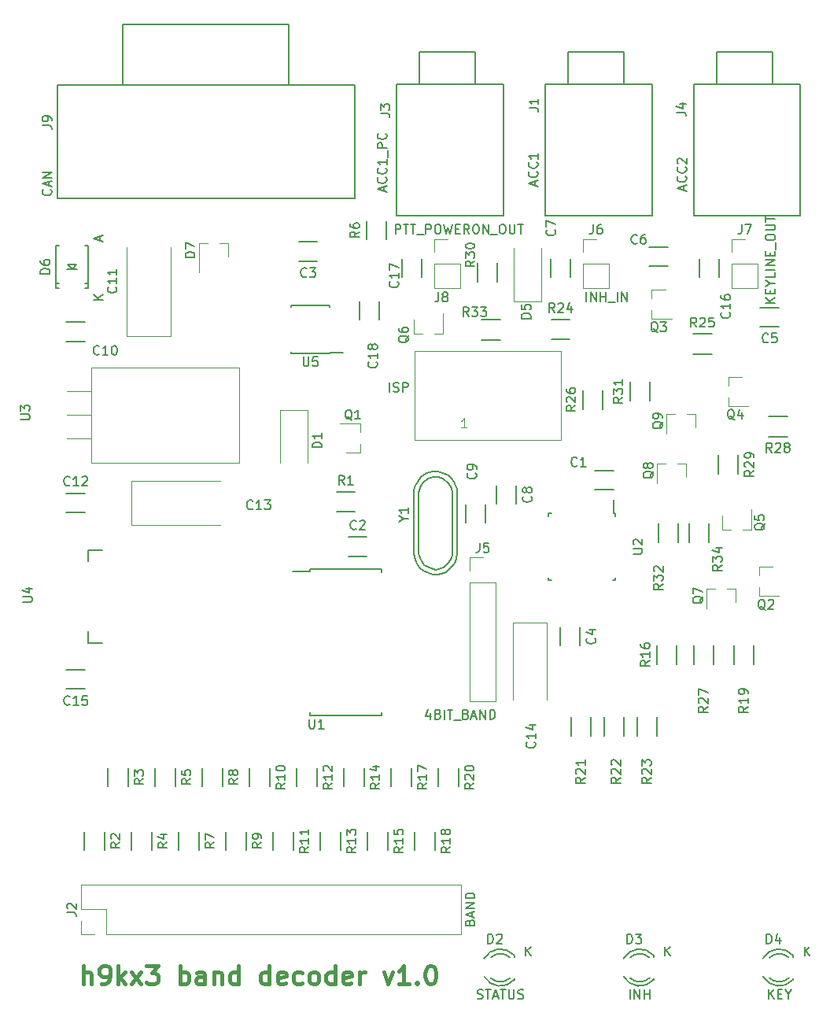
<source format=gto>
G04 #@! TF.FileFunction,Legend,Top*
%FSLAX46Y46*%
G04 Gerber Fmt 4.6, Leading zero omitted, Abs format (unit mm)*
G04 Created by KiCad (PCBNEW 4.0.6) date Thursday, 09 May 2019 22:32:22*
%MOMM*%
%LPD*%
G01*
G04 APERTURE LIST*
%ADD10C,0.100000*%
%ADD11C,0.400000*%
%ADD12C,0.150000*%
%ADD13C,0.120000*%
G04 APERTURE END LIST*
D10*
D11*
X127843735Y-158765762D02*
X127843735Y-156765762D01*
X128700878Y-158765762D02*
X128700878Y-157718143D01*
X128605640Y-157527667D01*
X128415164Y-157432429D01*
X128129450Y-157432429D01*
X127938974Y-157527667D01*
X127843735Y-157622905D01*
X129748498Y-158765762D02*
X130129450Y-158765762D01*
X130319926Y-158670524D01*
X130415164Y-158575286D01*
X130605640Y-158289571D01*
X130700879Y-157908619D01*
X130700879Y-157146714D01*
X130605640Y-156956238D01*
X130510402Y-156861000D01*
X130319926Y-156765762D01*
X129938974Y-156765762D01*
X129748498Y-156861000D01*
X129653259Y-156956238D01*
X129558021Y-157146714D01*
X129558021Y-157622905D01*
X129653259Y-157813381D01*
X129748498Y-157908619D01*
X129938974Y-158003857D01*
X130319926Y-158003857D01*
X130510402Y-157908619D01*
X130605640Y-157813381D01*
X130700879Y-157622905D01*
X131558021Y-158765762D02*
X131558021Y-156765762D01*
X131748498Y-158003857D02*
X132319926Y-158765762D01*
X132319926Y-157432429D02*
X131558021Y-158194333D01*
X132986593Y-158765762D02*
X134034212Y-157432429D01*
X132986593Y-157432429D02*
X134034212Y-158765762D01*
X134605641Y-156765762D02*
X135843737Y-156765762D01*
X135177070Y-157527667D01*
X135462784Y-157527667D01*
X135653260Y-157622905D01*
X135748498Y-157718143D01*
X135843737Y-157908619D01*
X135843737Y-158384810D01*
X135748498Y-158575286D01*
X135653260Y-158670524D01*
X135462784Y-158765762D01*
X134891356Y-158765762D01*
X134700879Y-158670524D01*
X134605641Y-158575286D01*
X138224689Y-158765762D02*
X138224689Y-156765762D01*
X138224689Y-157527667D02*
X138415166Y-157432429D01*
X138796118Y-157432429D01*
X138986594Y-157527667D01*
X139081832Y-157622905D01*
X139177070Y-157813381D01*
X139177070Y-158384810D01*
X139081832Y-158575286D01*
X138986594Y-158670524D01*
X138796118Y-158765762D01*
X138415166Y-158765762D01*
X138224689Y-158670524D01*
X140891356Y-158765762D02*
X140891356Y-157718143D01*
X140796118Y-157527667D01*
X140605642Y-157432429D01*
X140224690Y-157432429D01*
X140034213Y-157527667D01*
X140891356Y-158670524D02*
X140700880Y-158765762D01*
X140224690Y-158765762D01*
X140034213Y-158670524D01*
X139938975Y-158480048D01*
X139938975Y-158289571D01*
X140034213Y-158099095D01*
X140224690Y-158003857D01*
X140700880Y-158003857D01*
X140891356Y-157908619D01*
X141843737Y-157432429D02*
X141843737Y-158765762D01*
X141843737Y-157622905D02*
X141938976Y-157527667D01*
X142129452Y-157432429D01*
X142415166Y-157432429D01*
X142605642Y-157527667D01*
X142700880Y-157718143D01*
X142700880Y-158765762D01*
X144510404Y-158765762D02*
X144510404Y-156765762D01*
X144510404Y-158670524D02*
X144319928Y-158765762D01*
X143938976Y-158765762D01*
X143748500Y-158670524D01*
X143653261Y-158575286D01*
X143558023Y-158384810D01*
X143558023Y-157813381D01*
X143653261Y-157622905D01*
X143748500Y-157527667D01*
X143938976Y-157432429D01*
X144319928Y-157432429D01*
X144510404Y-157527667D01*
X147843738Y-158765762D02*
X147843738Y-156765762D01*
X147843738Y-158670524D02*
X147653262Y-158765762D01*
X147272310Y-158765762D01*
X147081834Y-158670524D01*
X146986595Y-158575286D01*
X146891357Y-158384810D01*
X146891357Y-157813381D01*
X146986595Y-157622905D01*
X147081834Y-157527667D01*
X147272310Y-157432429D01*
X147653262Y-157432429D01*
X147843738Y-157527667D01*
X149558024Y-158670524D02*
X149367548Y-158765762D01*
X148986596Y-158765762D01*
X148796119Y-158670524D01*
X148700881Y-158480048D01*
X148700881Y-157718143D01*
X148796119Y-157527667D01*
X148986596Y-157432429D01*
X149367548Y-157432429D01*
X149558024Y-157527667D01*
X149653262Y-157718143D01*
X149653262Y-157908619D01*
X148700881Y-158099095D01*
X151367548Y-158670524D02*
X151177072Y-158765762D01*
X150796120Y-158765762D01*
X150605644Y-158670524D01*
X150510405Y-158575286D01*
X150415167Y-158384810D01*
X150415167Y-157813381D01*
X150510405Y-157622905D01*
X150605644Y-157527667D01*
X150796120Y-157432429D01*
X151177072Y-157432429D01*
X151367548Y-157527667D01*
X152510406Y-158765762D02*
X152319930Y-158670524D01*
X152224691Y-158575286D01*
X152129453Y-158384810D01*
X152129453Y-157813381D01*
X152224691Y-157622905D01*
X152319930Y-157527667D01*
X152510406Y-157432429D01*
X152796120Y-157432429D01*
X152986596Y-157527667D01*
X153081834Y-157622905D01*
X153177072Y-157813381D01*
X153177072Y-158384810D01*
X153081834Y-158575286D01*
X152986596Y-158670524D01*
X152796120Y-158765762D01*
X152510406Y-158765762D01*
X154891358Y-158765762D02*
X154891358Y-156765762D01*
X154891358Y-158670524D02*
X154700882Y-158765762D01*
X154319930Y-158765762D01*
X154129454Y-158670524D01*
X154034215Y-158575286D01*
X153938977Y-158384810D01*
X153938977Y-157813381D01*
X154034215Y-157622905D01*
X154129454Y-157527667D01*
X154319930Y-157432429D01*
X154700882Y-157432429D01*
X154891358Y-157527667D01*
X156605644Y-158670524D02*
X156415168Y-158765762D01*
X156034216Y-158765762D01*
X155843739Y-158670524D01*
X155748501Y-158480048D01*
X155748501Y-157718143D01*
X155843739Y-157527667D01*
X156034216Y-157432429D01*
X156415168Y-157432429D01*
X156605644Y-157527667D01*
X156700882Y-157718143D01*
X156700882Y-157908619D01*
X155748501Y-158099095D01*
X157558025Y-158765762D02*
X157558025Y-157432429D01*
X157558025Y-157813381D02*
X157653264Y-157622905D01*
X157748502Y-157527667D01*
X157938978Y-157432429D01*
X158129454Y-157432429D01*
X160129454Y-157432429D02*
X160605645Y-158765762D01*
X161081835Y-157432429D01*
X162891360Y-158765762D02*
X161748502Y-158765762D01*
X162319931Y-158765762D02*
X162319931Y-156765762D01*
X162129455Y-157051476D01*
X161938979Y-157241952D01*
X161748502Y-157337190D01*
X163748502Y-158575286D02*
X163843741Y-158670524D01*
X163748502Y-158765762D01*
X163653264Y-158670524D01*
X163748502Y-158575286D01*
X163748502Y-158765762D01*
X165081836Y-156765762D02*
X165272312Y-156765762D01*
X165462788Y-156861000D01*
X165558026Y-156956238D01*
X165653264Y-157146714D01*
X165748503Y-157527667D01*
X165748503Y-158003857D01*
X165653264Y-158384810D01*
X165558026Y-158575286D01*
X165462788Y-158670524D01*
X165272312Y-158765762D01*
X165081836Y-158765762D01*
X164891360Y-158670524D01*
X164796122Y-158575286D01*
X164700883Y-158384810D01*
X164605645Y-158003857D01*
X164605645Y-157527667D01*
X164700883Y-157146714D01*
X164796122Y-156956238D01*
X164891360Y-156861000D01*
X165081836Y-156765762D01*
D12*
X158338000Y-110683000D02*
X156338000Y-110683000D01*
X156338000Y-112733000D02*
X158338000Y-112733000D01*
X151004000Y-80983000D02*
X153004000Y-80983000D01*
X153004000Y-78933000D02*
X151004000Y-78933000D01*
X181223000Y-122360000D02*
X181223000Y-120360000D01*
X179173000Y-120360000D02*
X179173000Y-122360000D01*
X200676000Y-88020000D02*
X202676000Y-88020000D01*
X202676000Y-85970000D02*
X200676000Y-85970000D01*
X188738000Y-81543000D02*
X190738000Y-81543000D01*
X190738000Y-79493000D02*
X188738000Y-79493000D01*
X180207000Y-82736000D02*
X180207000Y-80736000D01*
X178157000Y-80736000D02*
X178157000Y-82736000D01*
X174365000Y-107120000D02*
X174365000Y-105120000D01*
X172315000Y-105120000D02*
X172315000Y-107120000D01*
X171063000Y-109152000D02*
X171063000Y-107152000D01*
X169013000Y-107152000D02*
X169013000Y-109152000D01*
X127985000Y-87569000D02*
X125985000Y-87569000D01*
X125985000Y-89619000D02*
X127985000Y-89619000D01*
D13*
X132459000Y-89083000D02*
X132459000Y-79483000D01*
X137259000Y-89083000D02*
X137259000Y-79483000D01*
X132459000Y-89083000D02*
X137259000Y-89083000D01*
D12*
X128000000Y-105975000D02*
X126000000Y-105975000D01*
X126000000Y-108025000D02*
X128000000Y-108025000D01*
D13*
X132973000Y-104609000D02*
X142573000Y-104609000D01*
X132973000Y-109409000D02*
X142573000Y-109409000D01*
X132973000Y-104609000D02*
X132973000Y-109409000D01*
X177730000Y-119870000D02*
X177730000Y-128170000D01*
X174030000Y-119870000D02*
X174030000Y-128170000D01*
X177730000Y-119870000D02*
X174030000Y-119870000D01*
D12*
X126000000Y-127025000D02*
X128000000Y-127025000D01*
X128000000Y-124975000D02*
X126000000Y-124975000D01*
X196209000Y-82736000D02*
X196209000Y-80736000D01*
X194159000Y-80736000D02*
X194159000Y-82736000D01*
X164205000Y-82736000D02*
X164205000Y-80736000D01*
X162155000Y-80736000D02*
X162155000Y-82736000D01*
X159633000Y-87308000D02*
X159633000Y-85308000D01*
X157583000Y-85308000D02*
X157583000Y-87308000D01*
D13*
X163438000Y-90652000D02*
X179178000Y-90652000D01*
X179178000Y-90652000D02*
X179178000Y-100252000D01*
X179178000Y-100252000D02*
X163438000Y-100252000D01*
X163438000Y-100252000D02*
X163438000Y-90652000D01*
X151980000Y-102678000D02*
X151980000Y-96978000D01*
X151980000Y-96978000D02*
X148980000Y-96978000D01*
X148980000Y-96978000D02*
X148980000Y-102678000D01*
D12*
X174199000Y-155686000D02*
X174199000Y-155886000D01*
X174199000Y-158280000D02*
X174199000Y-158100000D01*
X170971256Y-157969643D02*
G75*
G03X174199000Y-158286000I1727744J1003643D01*
G01*
X171646994Y-158099068D02*
G75*
G03X173750000Y-158100000I1052006J1133068D01*
G01*
X174186220Y-155659274D02*
G75*
G03X170949000Y-156006000I-1497220J-1306726D01*
G01*
X173712889Y-155886747D02*
G75*
G03X171665000Y-155906000I-1013889J-1079253D01*
G01*
X189199000Y-155686000D02*
X189199000Y-155886000D01*
X189199000Y-158280000D02*
X189199000Y-158100000D01*
X185971256Y-157969643D02*
G75*
G03X189199000Y-158286000I1727744J1003643D01*
G01*
X186646994Y-158099068D02*
G75*
G03X188750000Y-158100000I1052006J1133068D01*
G01*
X189186220Y-155659274D02*
G75*
G03X185949000Y-156006000I-1497220J-1306726D01*
G01*
X188712889Y-155886747D02*
G75*
G03X186665000Y-155906000I-1013889J-1079253D01*
G01*
X204199000Y-155686000D02*
X204199000Y-155886000D01*
X204199000Y-158280000D02*
X204199000Y-158100000D01*
X200971256Y-157969643D02*
G75*
G03X204199000Y-158286000I1727744J1003643D01*
G01*
X201646994Y-158099068D02*
G75*
G03X203750000Y-158100000I1052006J1133068D01*
G01*
X204186220Y-155659274D02*
G75*
G03X200949000Y-156006000I-1497220J-1306726D01*
G01*
X203712889Y-155886747D02*
G75*
G03X201665000Y-155906000I-1013889J-1079253D01*
G01*
D13*
X174126000Y-79590000D02*
X174126000Y-85290000D01*
X174126000Y-85290000D02*
X177126000Y-85290000D01*
X177126000Y-85290000D02*
X177126000Y-79590000D01*
D12*
X126604000Y-81859000D02*
X126154000Y-81309000D01*
X126154000Y-81309000D02*
X127054000Y-81309000D01*
X127054000Y-81309000D02*
X126604000Y-81859000D01*
X126054000Y-81859000D02*
X127154000Y-81859000D01*
X128354060Y-83408140D02*
X128003540Y-83408140D01*
X124853940Y-83408140D02*
X125204460Y-83408140D01*
X128354060Y-79358560D02*
X128003540Y-79358560D01*
X128354060Y-83859440D02*
X128003540Y-83859440D01*
X124853940Y-83859440D02*
X125204460Y-83859440D01*
X124853940Y-79358560D02*
X125204460Y-79358560D01*
X128354060Y-83859440D02*
X128354060Y-79358560D01*
X124853940Y-83859440D02*
X124853940Y-79358560D01*
D13*
X143424000Y-79071000D02*
X142494000Y-79071000D01*
X140264000Y-79071000D02*
X141194000Y-79071000D01*
X140264000Y-79071000D02*
X140264000Y-82231000D01*
X143424000Y-79071000D02*
X143424000Y-80531000D01*
D12*
X180000000Y-62000000D02*
X180000000Y-58500000D01*
X180000000Y-58500000D02*
X186000000Y-58500000D01*
X186000000Y-58500000D02*
X186000000Y-62000000D01*
X177500000Y-76100000D02*
X189000000Y-76100000D01*
X189000000Y-76100000D02*
X189000000Y-62000000D01*
X189000000Y-62000000D02*
X177500000Y-62000000D01*
X177500000Y-62000000D02*
X177500000Y-76100000D01*
D13*
X130270000Y-153390000D02*
X168490000Y-153390000D01*
X168490000Y-153390000D02*
X168490000Y-148070000D01*
X168490000Y-148070000D02*
X127610000Y-148070000D01*
X127610000Y-148070000D02*
X127610000Y-150730000D01*
X127610000Y-150730000D02*
X130270000Y-150730000D01*
X130270000Y-150730000D02*
X130270000Y-153390000D01*
X129000000Y-153390000D02*
X127610000Y-153390000D01*
X127610000Y-153390000D02*
X127610000Y-152000000D01*
D12*
X164000000Y-62000000D02*
X164000000Y-58500000D01*
X164000000Y-58500000D02*
X170000000Y-58500000D01*
X170000000Y-58500000D02*
X170000000Y-62000000D01*
X161500000Y-76100000D02*
X173000000Y-76100000D01*
X173000000Y-76100000D02*
X173000000Y-62000000D01*
X173000000Y-62000000D02*
X161500000Y-62000000D01*
X161500000Y-62000000D02*
X161500000Y-76100000D01*
X196000000Y-62000000D02*
X196000000Y-58500000D01*
X196000000Y-58500000D02*
X202000000Y-58500000D01*
X202000000Y-58500000D02*
X202000000Y-62000000D01*
X193500000Y-76100000D02*
X205000000Y-76100000D01*
X205000000Y-76100000D02*
X205000000Y-62000000D01*
X205000000Y-62000000D02*
X193500000Y-62000000D01*
X193500000Y-62000000D02*
X193500000Y-76100000D01*
D13*
X169410000Y-115518000D02*
X169410000Y-128338000D01*
X169410000Y-128338000D02*
X172190000Y-128338000D01*
X172190000Y-128338000D02*
X172190000Y-115518000D01*
X172190000Y-115518000D02*
X169410000Y-115518000D01*
X169410000Y-114248000D02*
X169410000Y-112858000D01*
X169410000Y-112858000D02*
X170800000Y-112858000D01*
X181610000Y-81270000D02*
X181610000Y-83930000D01*
X181610000Y-83930000D02*
X184390000Y-83930000D01*
X184390000Y-83930000D02*
X184390000Y-81270000D01*
X184390000Y-81270000D02*
X181610000Y-81270000D01*
X181610000Y-80000000D02*
X181610000Y-78610000D01*
X181610000Y-78610000D02*
X183000000Y-78610000D01*
X197610000Y-81270000D02*
X197610000Y-83930000D01*
X197610000Y-83930000D02*
X200390000Y-83930000D01*
X200390000Y-83930000D02*
X200390000Y-81270000D01*
X200390000Y-81270000D02*
X197610000Y-81270000D01*
X197610000Y-80000000D02*
X197610000Y-78610000D01*
X197610000Y-78610000D02*
X199000000Y-78610000D01*
X165610000Y-81270000D02*
X165610000Y-83930000D01*
X165610000Y-83930000D02*
X168390000Y-83930000D01*
X168390000Y-83930000D02*
X168390000Y-81270000D01*
X168390000Y-81270000D02*
X165610000Y-81270000D01*
X165610000Y-80000000D02*
X165610000Y-78610000D01*
X165610000Y-78610000D02*
X167000000Y-78610000D01*
D12*
X125000000Y-74200000D02*
X157000000Y-74200000D01*
X157000000Y-74200000D02*
X157000000Y-62060000D01*
X157000000Y-62060000D02*
X125000000Y-62060000D01*
X125000000Y-62060000D02*
X125000000Y-74200000D01*
X132050000Y-62060000D02*
X132050000Y-55560000D01*
X132050000Y-55560000D02*
X149950000Y-55560000D01*
X149950000Y-55560000D02*
X149950000Y-62060000D01*
D13*
X157590000Y-101604000D02*
X157590000Y-100674000D01*
X157590000Y-98444000D02*
X157590000Y-99374000D01*
X157590000Y-98444000D02*
X155430000Y-98444000D01*
X157590000Y-101604000D02*
X156130000Y-101604000D01*
X200535000Y-113863000D02*
X200535000Y-114793000D01*
X200535000Y-117023000D02*
X200535000Y-116093000D01*
X200535000Y-117023000D02*
X202695000Y-117023000D01*
X200535000Y-113863000D02*
X201995000Y-113863000D01*
X188978000Y-84018000D02*
X188978000Y-84948000D01*
X188978000Y-87178000D02*
X188978000Y-86248000D01*
X188978000Y-87178000D02*
X191138000Y-87178000D01*
X188978000Y-84018000D02*
X190438000Y-84018000D01*
X197233000Y-93416000D02*
X197233000Y-94346000D01*
X197233000Y-96576000D02*
X197233000Y-95646000D01*
X197233000Y-96576000D02*
X199393000Y-96576000D01*
X197233000Y-93416000D02*
X198693000Y-93416000D01*
X196540000Y-109853000D02*
X197470000Y-109853000D01*
X199700000Y-109853000D02*
X198770000Y-109853000D01*
X199700000Y-109853000D02*
X199700000Y-107693000D01*
X196540000Y-109853000D02*
X196540000Y-108393000D01*
X163393000Y-88771000D02*
X164323000Y-88771000D01*
X166553000Y-88771000D02*
X165623000Y-88771000D01*
X166553000Y-88771000D02*
X166553000Y-86611000D01*
X163393000Y-88771000D02*
X163393000Y-87311000D01*
X198049000Y-116207000D02*
X197119000Y-116207000D01*
X194889000Y-116207000D02*
X195819000Y-116207000D01*
X194889000Y-116207000D02*
X194889000Y-118367000D01*
X198049000Y-116207000D02*
X198049000Y-117667000D01*
X192715000Y-102745000D02*
X191785000Y-102745000D01*
X189555000Y-102745000D02*
X190485000Y-102745000D01*
X189555000Y-102745000D02*
X189555000Y-104905000D01*
X192715000Y-102745000D02*
X192715000Y-104205000D01*
X193731000Y-97411000D02*
X192801000Y-97411000D01*
X190571000Y-97411000D02*
X191501000Y-97411000D01*
X190571000Y-97411000D02*
X190571000Y-99571000D01*
X193731000Y-97411000D02*
X193731000Y-98871000D01*
D12*
X157068000Y-107957000D02*
X155068000Y-107957000D01*
X155068000Y-105807000D02*
X157068000Y-105807000D01*
X127925000Y-144364000D02*
X127925000Y-142364000D01*
X130075000Y-142364000D02*
X130075000Y-144364000D01*
X130465000Y-137506000D02*
X130465000Y-135506000D01*
X132615000Y-135506000D02*
X132615000Y-137506000D01*
X133005000Y-144364000D02*
X133005000Y-142364000D01*
X135155000Y-142364000D02*
X135155000Y-144364000D01*
X135545000Y-137506000D02*
X135545000Y-135506000D01*
X137695000Y-135506000D02*
X137695000Y-137506000D01*
X160445000Y-76672000D02*
X160445000Y-78672000D01*
X158295000Y-78672000D02*
X158295000Y-76672000D01*
X138085000Y-144364000D02*
X138085000Y-142364000D01*
X140235000Y-142364000D02*
X140235000Y-144364000D01*
X140625000Y-137506000D02*
X140625000Y-135506000D01*
X142775000Y-135506000D02*
X142775000Y-137506000D01*
X143165000Y-144364000D02*
X143165000Y-142364000D01*
X145315000Y-142364000D02*
X145315000Y-144364000D01*
X145705000Y-137506000D02*
X145705000Y-135506000D01*
X147855000Y-135506000D02*
X147855000Y-137506000D01*
X148245000Y-144364000D02*
X148245000Y-142364000D01*
X150395000Y-142364000D02*
X150395000Y-144364000D01*
X150785000Y-137506000D02*
X150785000Y-135506000D01*
X152935000Y-135506000D02*
X152935000Y-137506000D01*
X153325000Y-144364000D02*
X153325000Y-142364000D01*
X155475000Y-142364000D02*
X155475000Y-144364000D01*
X155865000Y-137506000D02*
X155865000Y-135506000D01*
X158015000Y-135506000D02*
X158015000Y-137506000D01*
X158405000Y-144364000D02*
X158405000Y-142364000D01*
X160555000Y-142364000D02*
X160555000Y-144364000D01*
X191702000Y-122317000D02*
X191702000Y-124317000D01*
X189552000Y-124317000D02*
X189552000Y-122317000D01*
X160945000Y-137506000D02*
X160945000Y-135506000D01*
X163095000Y-135506000D02*
X163095000Y-137506000D01*
X163485000Y-144364000D02*
X163485000Y-142364000D01*
X165635000Y-142364000D02*
X165635000Y-144364000D01*
X199957000Y-122317000D02*
X199957000Y-124317000D01*
X197807000Y-124317000D02*
X197807000Y-122317000D01*
X166025000Y-137506000D02*
X166025000Y-135506000D01*
X168175000Y-135506000D02*
X168175000Y-137506000D01*
X180281000Y-132064000D02*
X180281000Y-130064000D01*
X182431000Y-130064000D02*
X182431000Y-132064000D01*
X183837000Y-132064000D02*
X183837000Y-130064000D01*
X185987000Y-130064000D02*
X185987000Y-132064000D01*
X187393000Y-132064000D02*
X187393000Y-130064000D01*
X189543000Y-130064000D02*
X189543000Y-132064000D01*
X180182000Y-89415000D02*
X178182000Y-89415000D01*
X178182000Y-87265000D02*
X180182000Y-87265000D01*
X195437000Y-90991000D02*
X193437000Y-90991000D01*
X193437000Y-88841000D02*
X195437000Y-88841000D01*
X183701000Y-94885000D02*
X183701000Y-96885000D01*
X181551000Y-96885000D02*
X181551000Y-94885000D01*
X195639000Y-122317000D02*
X195639000Y-124317000D01*
X193489000Y-124317000D02*
X193489000Y-122317000D01*
X201565000Y-97731000D02*
X203565000Y-97731000D01*
X203565000Y-99881000D02*
X201565000Y-99881000D01*
X196156000Y-103870000D02*
X196156000Y-101870000D01*
X198306000Y-101870000D02*
X198306000Y-103870000D01*
X172398000Y-81169000D02*
X172398000Y-83169000D01*
X170248000Y-83169000D02*
X170248000Y-81169000D01*
X188781000Y-93996000D02*
X188781000Y-95996000D01*
X186631000Y-95996000D02*
X186631000Y-93996000D01*
X191829000Y-109236000D02*
X191829000Y-111236000D01*
X189679000Y-111236000D02*
X189679000Y-109236000D01*
X170704000Y-87317000D02*
X172704000Y-87317000D01*
X172704000Y-89467000D02*
X170704000Y-89467000D01*
X195131000Y-109236000D02*
X195131000Y-111236000D01*
X192981000Y-111236000D02*
X192981000Y-109236000D01*
X152193000Y-114120000D02*
X152193000Y-114395000D01*
X159943000Y-114120000D02*
X159943000Y-114485000D01*
X159943000Y-129870000D02*
X159943000Y-129505000D01*
X152193000Y-129870000D02*
X152193000Y-129505000D01*
X152193000Y-114120000D02*
X159943000Y-114120000D01*
X152193000Y-129870000D02*
X159943000Y-129870000D01*
X152193000Y-114395000D02*
X150368000Y-114395000D01*
X185093000Y-108083000D02*
X184868000Y-108083000D01*
X185093000Y-115333000D02*
X184768000Y-115333000D01*
X177843000Y-115333000D02*
X178168000Y-115333000D01*
X177843000Y-108083000D02*
X178168000Y-108083000D01*
X185093000Y-108083000D02*
X185093000Y-108408000D01*
X177843000Y-108083000D02*
X177843000Y-108408000D01*
X177843000Y-115333000D02*
X177843000Y-115008000D01*
X185093000Y-115333000D02*
X185093000Y-115008000D01*
X184868000Y-108083000D02*
X184868000Y-106658000D01*
D13*
X128690000Y-92420000D02*
X128690000Y-102660000D01*
X144580000Y-92420000D02*
X144580000Y-102660000D01*
X144580000Y-92420000D02*
X128690000Y-92420000D01*
X144580000Y-102660000D02*
X128690000Y-102660000D01*
X128690000Y-95000000D02*
X126050000Y-95000000D01*
X128690000Y-97540000D02*
X126066000Y-97540000D01*
X128690000Y-100080000D02*
X126066000Y-100080000D01*
D12*
X128339000Y-122042000D02*
X128339000Y-120792000D01*
X128339000Y-122042000D02*
X129839000Y-122042000D01*
X128339000Y-112042000D02*
X129839000Y-112042000D01*
X128339000Y-112042000D02*
X128339000Y-113292000D01*
X154333000Y-90915000D02*
X154333000Y-90865000D01*
X150183000Y-90915000D02*
X150183000Y-90770000D01*
X150183000Y-85765000D02*
X150183000Y-85910000D01*
X154333000Y-85765000D02*
X154333000Y-85910000D01*
X154333000Y-90915000D02*
X150183000Y-90915000D01*
X154333000Y-85765000D02*
X150183000Y-85765000D01*
X154333000Y-90865000D02*
X155733000Y-90865000D01*
X166720760Y-113867000D02*
X166319440Y-114067660D01*
X166319440Y-114067660D02*
X165720000Y-114169260D01*
X165720000Y-114169260D02*
X165219620Y-114067660D01*
X165219620Y-114067660D02*
X164521120Y-113668880D01*
X164521120Y-113668880D02*
X164119800Y-113066900D01*
X164119800Y-113066900D02*
X163919140Y-112467460D01*
X163919140Y-112467460D02*
X163919140Y-105868540D01*
X163919140Y-105868540D02*
X164119800Y-105167500D01*
X164119800Y-105167500D02*
X164419520Y-104768720D01*
X164419520Y-104768720D02*
X164919900Y-104367400D01*
X164919900Y-104367400D02*
X165519340Y-104166740D01*
X165519340Y-104166740D02*
X166019720Y-104166740D01*
X166019720Y-104166740D02*
X166520100Y-104367400D01*
X166520100Y-104367400D02*
X167119540Y-104867780D01*
X167119540Y-104867780D02*
X167419260Y-105368160D01*
X167419260Y-105368160D02*
X167520860Y-105868540D01*
X167520860Y-105967600D02*
X167520860Y-112569060D01*
X167520860Y-112569060D02*
X167419260Y-112967840D01*
X167419260Y-112967840D02*
X167119540Y-113468220D01*
X167119540Y-113468220D02*
X166619160Y-113968600D01*
X168049180Y-105977760D02*
X168000920Y-105518020D01*
X168000920Y-105518020D02*
X167889160Y-105119240D01*
X167889160Y-105119240D02*
X167670720Y-104687440D01*
X167670720Y-104687440D02*
X167439580Y-104397880D01*
X167439580Y-104397880D02*
X167089060Y-104067680D01*
X167089060Y-104067680D02*
X166550580Y-103778120D01*
X166550580Y-103778120D02*
X165951140Y-103648580D01*
X165951140Y-103648580D02*
X165440600Y-103648580D01*
X165440600Y-103648580D02*
X164739560Y-103818760D01*
X164739560Y-103818760D02*
X164150280Y-104217540D01*
X164150280Y-104217540D02*
X163779440Y-104677280D01*
X163779440Y-104677280D02*
X163571160Y-105098920D01*
X163571160Y-105098920D02*
X163411140Y-105548500D01*
X163411140Y-105548500D02*
X163380660Y-105987920D01*
X163599100Y-113328520D02*
X163820080Y-113706980D01*
X163820080Y-113706980D02*
X164099480Y-114027020D01*
X164099480Y-114027020D02*
X164429680Y-114278480D01*
X164429680Y-114278480D02*
X164980860Y-114578200D01*
X164980860Y-114578200D02*
X165450760Y-114687420D01*
X165450760Y-114687420D02*
X165910500Y-114707740D01*
X165910500Y-114707740D02*
X166370240Y-114618840D01*
X166370240Y-114618840D02*
X166819820Y-114428340D01*
X166819820Y-114428340D02*
X167289720Y-114067660D01*
X167289720Y-114067660D02*
X167609760Y-113717140D01*
X167609760Y-113717140D02*
X167840900Y-113328520D01*
X167840900Y-113328520D02*
X167980600Y-112899260D01*
X167980600Y-112899260D02*
X168049180Y-112457300D01*
X163390820Y-105967600D02*
X163390820Y-112419200D01*
X163390820Y-112419200D02*
X163428920Y-112838300D01*
X163428920Y-112838300D02*
X163599100Y-113328520D01*
X168049180Y-105967600D02*
X168049180Y-112419200D01*
X182896000Y-105546000D02*
X184896000Y-105546000D01*
X184896000Y-103496000D02*
X182896000Y-103496000D01*
X157171334Y-109765143D02*
X157123715Y-109812762D01*
X156980858Y-109860381D01*
X156885620Y-109860381D01*
X156742762Y-109812762D01*
X156647524Y-109717524D01*
X156599905Y-109622286D01*
X156552286Y-109431810D01*
X156552286Y-109288952D01*
X156599905Y-109098476D01*
X156647524Y-109003238D01*
X156742762Y-108908000D01*
X156885620Y-108860381D01*
X156980858Y-108860381D01*
X157123715Y-108908000D01*
X157171334Y-108955619D01*
X157552286Y-108955619D02*
X157599905Y-108908000D01*
X157695143Y-108860381D01*
X157933239Y-108860381D01*
X158028477Y-108908000D01*
X158076096Y-108955619D01*
X158123715Y-109050857D01*
X158123715Y-109146095D01*
X158076096Y-109288952D01*
X157504667Y-109860381D01*
X158123715Y-109860381D01*
X151837334Y-82615143D02*
X151789715Y-82662762D01*
X151646858Y-82710381D01*
X151551620Y-82710381D01*
X151408762Y-82662762D01*
X151313524Y-82567524D01*
X151265905Y-82472286D01*
X151218286Y-82281810D01*
X151218286Y-82138952D01*
X151265905Y-81948476D01*
X151313524Y-81853238D01*
X151408762Y-81758000D01*
X151551620Y-81710381D01*
X151646858Y-81710381D01*
X151789715Y-81758000D01*
X151837334Y-81805619D01*
X152170667Y-81710381D02*
X152789715Y-81710381D01*
X152456381Y-82091333D01*
X152599239Y-82091333D01*
X152694477Y-82138952D01*
X152742096Y-82186571D01*
X152789715Y-82281810D01*
X152789715Y-82519905D01*
X152742096Y-82615143D01*
X152694477Y-82662762D01*
X152599239Y-82710381D01*
X152313524Y-82710381D01*
X152218286Y-82662762D01*
X152170667Y-82615143D01*
X182855143Y-121526666D02*
X182902762Y-121574285D01*
X182950381Y-121717142D01*
X182950381Y-121812380D01*
X182902762Y-121955238D01*
X182807524Y-122050476D01*
X182712286Y-122098095D01*
X182521810Y-122145714D01*
X182378952Y-122145714D01*
X182188476Y-122098095D01*
X182093238Y-122050476D01*
X181998000Y-121955238D01*
X181950381Y-121812380D01*
X181950381Y-121717142D01*
X181998000Y-121574285D01*
X182045619Y-121526666D01*
X182283714Y-120669523D02*
X182950381Y-120669523D01*
X181902762Y-120907619D02*
X182617048Y-121145714D01*
X182617048Y-120526666D01*
X201509334Y-89652143D02*
X201461715Y-89699762D01*
X201318858Y-89747381D01*
X201223620Y-89747381D01*
X201080762Y-89699762D01*
X200985524Y-89604524D01*
X200937905Y-89509286D01*
X200890286Y-89318810D01*
X200890286Y-89175952D01*
X200937905Y-88985476D01*
X200985524Y-88890238D01*
X201080762Y-88795000D01*
X201223620Y-88747381D01*
X201318858Y-88747381D01*
X201461715Y-88795000D01*
X201509334Y-88842619D01*
X202414096Y-88747381D02*
X201937905Y-88747381D01*
X201890286Y-89223571D01*
X201937905Y-89175952D01*
X202033143Y-89128333D01*
X202271239Y-89128333D01*
X202366477Y-89175952D01*
X202414096Y-89223571D01*
X202461715Y-89318810D01*
X202461715Y-89556905D01*
X202414096Y-89652143D01*
X202366477Y-89699762D01*
X202271239Y-89747381D01*
X202033143Y-89747381D01*
X201937905Y-89699762D01*
X201890286Y-89652143D01*
X187412334Y-79033643D02*
X187364715Y-79081262D01*
X187221858Y-79128881D01*
X187126620Y-79128881D01*
X186983762Y-79081262D01*
X186888524Y-78986024D01*
X186840905Y-78890786D01*
X186793286Y-78700310D01*
X186793286Y-78557452D01*
X186840905Y-78366976D01*
X186888524Y-78271738D01*
X186983762Y-78176500D01*
X187126620Y-78128881D01*
X187221858Y-78128881D01*
X187364715Y-78176500D01*
X187412334Y-78224119D01*
X188269477Y-78128881D02*
X188079000Y-78128881D01*
X187983762Y-78176500D01*
X187936143Y-78224119D01*
X187840905Y-78366976D01*
X187793286Y-78557452D01*
X187793286Y-78938405D01*
X187840905Y-79033643D01*
X187888524Y-79081262D01*
X187983762Y-79128881D01*
X188174239Y-79128881D01*
X188269477Y-79081262D01*
X188317096Y-79033643D01*
X188364715Y-78938405D01*
X188364715Y-78700310D01*
X188317096Y-78605071D01*
X188269477Y-78557452D01*
X188174239Y-78509833D01*
X187983762Y-78509833D01*
X187888524Y-78557452D01*
X187840905Y-78605071D01*
X187793286Y-78700310D01*
X178538143Y-77636666D02*
X178585762Y-77684285D01*
X178633381Y-77827142D01*
X178633381Y-77922380D01*
X178585762Y-78065238D01*
X178490524Y-78160476D01*
X178395286Y-78208095D01*
X178204810Y-78255714D01*
X178061952Y-78255714D01*
X177871476Y-78208095D01*
X177776238Y-78160476D01*
X177681000Y-78065238D01*
X177633381Y-77922380D01*
X177633381Y-77827142D01*
X177681000Y-77684285D01*
X177728619Y-77636666D01*
X177633381Y-77303333D02*
X177633381Y-76636666D01*
X178633381Y-77065238D01*
X175997143Y-106286666D02*
X176044762Y-106334285D01*
X176092381Y-106477142D01*
X176092381Y-106572380D01*
X176044762Y-106715238D01*
X175949524Y-106810476D01*
X175854286Y-106858095D01*
X175663810Y-106905714D01*
X175520952Y-106905714D01*
X175330476Y-106858095D01*
X175235238Y-106810476D01*
X175140000Y-106715238D01*
X175092381Y-106572380D01*
X175092381Y-106477142D01*
X175140000Y-106334285D01*
X175187619Y-106286666D01*
X175520952Y-105715238D02*
X175473333Y-105810476D01*
X175425714Y-105858095D01*
X175330476Y-105905714D01*
X175282857Y-105905714D01*
X175187619Y-105858095D01*
X175140000Y-105810476D01*
X175092381Y-105715238D01*
X175092381Y-105524761D01*
X175140000Y-105429523D01*
X175187619Y-105381904D01*
X175282857Y-105334285D01*
X175330476Y-105334285D01*
X175425714Y-105381904D01*
X175473333Y-105429523D01*
X175520952Y-105524761D01*
X175520952Y-105715238D01*
X175568571Y-105810476D01*
X175616190Y-105858095D01*
X175711429Y-105905714D01*
X175901905Y-105905714D01*
X175997143Y-105858095D01*
X176044762Y-105810476D01*
X176092381Y-105715238D01*
X176092381Y-105524761D01*
X176044762Y-105429523D01*
X175997143Y-105381904D01*
X175901905Y-105334285D01*
X175711429Y-105334285D01*
X175616190Y-105381904D01*
X175568571Y-105429523D01*
X175520952Y-105524761D01*
X170029143Y-103798666D02*
X170076762Y-103846285D01*
X170124381Y-103989142D01*
X170124381Y-104084380D01*
X170076762Y-104227238D01*
X169981524Y-104322476D01*
X169886286Y-104370095D01*
X169695810Y-104417714D01*
X169552952Y-104417714D01*
X169362476Y-104370095D01*
X169267238Y-104322476D01*
X169172000Y-104227238D01*
X169124381Y-104084380D01*
X169124381Y-103989142D01*
X169172000Y-103846285D01*
X169219619Y-103798666D01*
X170124381Y-103322476D02*
X170124381Y-103132000D01*
X170076762Y-103036761D01*
X170029143Y-102989142D01*
X169886286Y-102893904D01*
X169695810Y-102846285D01*
X169314857Y-102846285D01*
X169219619Y-102893904D01*
X169172000Y-102941523D01*
X169124381Y-103036761D01*
X169124381Y-103227238D01*
X169172000Y-103322476D01*
X169219619Y-103370095D01*
X169314857Y-103417714D01*
X169552952Y-103417714D01*
X169648190Y-103370095D01*
X169695810Y-103322476D01*
X169743429Y-103227238D01*
X169743429Y-103036761D01*
X169695810Y-102941523D01*
X169648190Y-102893904D01*
X169552952Y-102846285D01*
X129532143Y-90971643D02*
X129484524Y-91019262D01*
X129341667Y-91066881D01*
X129246429Y-91066881D01*
X129103571Y-91019262D01*
X129008333Y-90924024D01*
X128960714Y-90828786D01*
X128913095Y-90638310D01*
X128913095Y-90495452D01*
X128960714Y-90304976D01*
X129008333Y-90209738D01*
X129103571Y-90114500D01*
X129246429Y-90066881D01*
X129341667Y-90066881D01*
X129484524Y-90114500D01*
X129532143Y-90162119D01*
X130484524Y-91066881D02*
X129913095Y-91066881D01*
X130198809Y-91066881D02*
X130198809Y-90066881D01*
X130103571Y-90209738D01*
X130008333Y-90304976D01*
X129913095Y-90352595D01*
X131103571Y-90066881D02*
X131198810Y-90066881D01*
X131294048Y-90114500D01*
X131341667Y-90162119D01*
X131389286Y-90257357D01*
X131436905Y-90447833D01*
X131436905Y-90685929D01*
X131389286Y-90876405D01*
X131341667Y-90971643D01*
X131294048Y-91019262D01*
X131198810Y-91066881D01*
X131103571Y-91066881D01*
X131008333Y-91019262D01*
X130960714Y-90971643D01*
X130913095Y-90876405D01*
X130865476Y-90685929D01*
X130865476Y-90447833D01*
X130913095Y-90257357D01*
X130960714Y-90162119D01*
X131008333Y-90114500D01*
X131103571Y-90066881D01*
X131316143Y-83775857D02*
X131363762Y-83823476D01*
X131411381Y-83966333D01*
X131411381Y-84061571D01*
X131363762Y-84204429D01*
X131268524Y-84299667D01*
X131173286Y-84347286D01*
X130982810Y-84394905D01*
X130839952Y-84394905D01*
X130649476Y-84347286D01*
X130554238Y-84299667D01*
X130459000Y-84204429D01*
X130411381Y-84061571D01*
X130411381Y-83966333D01*
X130459000Y-83823476D01*
X130506619Y-83775857D01*
X131411381Y-82823476D02*
X131411381Y-83394905D01*
X131411381Y-83109191D02*
X130411381Y-83109191D01*
X130554238Y-83204429D01*
X130649476Y-83299667D01*
X130697095Y-83394905D01*
X131411381Y-81871095D02*
X131411381Y-82442524D01*
X131411381Y-82156810D02*
X130411381Y-82156810D01*
X130554238Y-82252048D01*
X130649476Y-82347286D01*
X130697095Y-82442524D01*
X126357143Y-105057143D02*
X126309524Y-105104762D01*
X126166667Y-105152381D01*
X126071429Y-105152381D01*
X125928571Y-105104762D01*
X125833333Y-105009524D01*
X125785714Y-104914286D01*
X125738095Y-104723810D01*
X125738095Y-104580952D01*
X125785714Y-104390476D01*
X125833333Y-104295238D01*
X125928571Y-104200000D01*
X126071429Y-104152381D01*
X126166667Y-104152381D01*
X126309524Y-104200000D01*
X126357143Y-104247619D01*
X127309524Y-105152381D02*
X126738095Y-105152381D01*
X127023809Y-105152381D02*
X127023809Y-104152381D01*
X126928571Y-104295238D01*
X126833333Y-104390476D01*
X126738095Y-104438095D01*
X127690476Y-104247619D02*
X127738095Y-104200000D01*
X127833333Y-104152381D01*
X128071429Y-104152381D01*
X128166667Y-104200000D01*
X128214286Y-104247619D01*
X128261905Y-104342857D01*
X128261905Y-104438095D01*
X128214286Y-104580952D01*
X127642857Y-105152381D01*
X128261905Y-105152381D01*
X146042143Y-107608643D02*
X145994524Y-107656262D01*
X145851667Y-107703881D01*
X145756429Y-107703881D01*
X145613571Y-107656262D01*
X145518333Y-107561024D01*
X145470714Y-107465786D01*
X145423095Y-107275310D01*
X145423095Y-107132452D01*
X145470714Y-106941976D01*
X145518333Y-106846738D01*
X145613571Y-106751500D01*
X145756429Y-106703881D01*
X145851667Y-106703881D01*
X145994524Y-106751500D01*
X146042143Y-106799119D01*
X146994524Y-107703881D02*
X146423095Y-107703881D01*
X146708809Y-107703881D02*
X146708809Y-106703881D01*
X146613571Y-106846738D01*
X146518333Y-106941976D01*
X146423095Y-106989595D01*
X147327857Y-106703881D02*
X147946905Y-106703881D01*
X147613571Y-107084833D01*
X147756429Y-107084833D01*
X147851667Y-107132452D01*
X147899286Y-107180071D01*
X147946905Y-107275310D01*
X147946905Y-107513405D01*
X147899286Y-107608643D01*
X147851667Y-107656262D01*
X147756429Y-107703881D01*
X147470714Y-107703881D01*
X147375476Y-107656262D01*
X147327857Y-107608643D01*
X176379143Y-132722857D02*
X176426762Y-132770476D01*
X176474381Y-132913333D01*
X176474381Y-133008571D01*
X176426762Y-133151429D01*
X176331524Y-133246667D01*
X176236286Y-133294286D01*
X176045810Y-133341905D01*
X175902952Y-133341905D01*
X175712476Y-133294286D01*
X175617238Y-133246667D01*
X175522000Y-133151429D01*
X175474381Y-133008571D01*
X175474381Y-132913333D01*
X175522000Y-132770476D01*
X175569619Y-132722857D01*
X176474381Y-131770476D02*
X176474381Y-132341905D01*
X176474381Y-132056191D02*
X175474381Y-132056191D01*
X175617238Y-132151429D01*
X175712476Y-132246667D01*
X175760095Y-132341905D01*
X175807714Y-130913333D02*
X176474381Y-130913333D01*
X175426762Y-131151429D02*
X176141048Y-131389524D01*
X176141048Y-130770476D01*
X126357143Y-128657143D02*
X126309524Y-128704762D01*
X126166667Y-128752381D01*
X126071429Y-128752381D01*
X125928571Y-128704762D01*
X125833333Y-128609524D01*
X125785714Y-128514286D01*
X125738095Y-128323810D01*
X125738095Y-128180952D01*
X125785714Y-127990476D01*
X125833333Y-127895238D01*
X125928571Y-127800000D01*
X126071429Y-127752381D01*
X126166667Y-127752381D01*
X126309524Y-127800000D01*
X126357143Y-127847619D01*
X127309524Y-128752381D02*
X126738095Y-128752381D01*
X127023809Y-128752381D02*
X127023809Y-127752381D01*
X126928571Y-127895238D01*
X126833333Y-127990476D01*
X126738095Y-128038095D01*
X128214286Y-127752381D02*
X127738095Y-127752381D01*
X127690476Y-128228571D01*
X127738095Y-128180952D01*
X127833333Y-128133333D01*
X128071429Y-128133333D01*
X128166667Y-128180952D01*
X128214286Y-128228571D01*
X128261905Y-128323810D01*
X128261905Y-128561905D01*
X128214286Y-128657143D01*
X128166667Y-128704762D01*
X128071429Y-128752381D01*
X127833333Y-128752381D01*
X127738095Y-128704762D01*
X127690476Y-128657143D01*
X197334143Y-86494857D02*
X197381762Y-86542476D01*
X197429381Y-86685333D01*
X197429381Y-86780571D01*
X197381762Y-86923429D01*
X197286524Y-87018667D01*
X197191286Y-87066286D01*
X197000810Y-87113905D01*
X196857952Y-87113905D01*
X196667476Y-87066286D01*
X196572238Y-87018667D01*
X196477000Y-86923429D01*
X196429381Y-86780571D01*
X196429381Y-86685333D01*
X196477000Y-86542476D01*
X196524619Y-86494857D01*
X197429381Y-85542476D02*
X197429381Y-86113905D01*
X197429381Y-85828191D02*
X196429381Y-85828191D01*
X196572238Y-85923429D01*
X196667476Y-86018667D01*
X196715095Y-86113905D01*
X196429381Y-84685333D02*
X196429381Y-84875810D01*
X196477000Y-84971048D01*
X196524619Y-85018667D01*
X196667476Y-85113905D01*
X196857952Y-85161524D01*
X197238905Y-85161524D01*
X197334143Y-85113905D01*
X197381762Y-85066286D01*
X197429381Y-84971048D01*
X197429381Y-84780571D01*
X197381762Y-84685333D01*
X197334143Y-84637714D01*
X197238905Y-84590095D01*
X197000810Y-84590095D01*
X196905571Y-84637714D01*
X196857952Y-84685333D01*
X196810333Y-84780571D01*
X196810333Y-84971048D01*
X196857952Y-85066286D01*
X196905571Y-85113905D01*
X197000810Y-85161524D01*
X161647143Y-83192857D02*
X161694762Y-83240476D01*
X161742381Y-83383333D01*
X161742381Y-83478571D01*
X161694762Y-83621429D01*
X161599524Y-83716667D01*
X161504286Y-83764286D01*
X161313810Y-83811905D01*
X161170952Y-83811905D01*
X160980476Y-83764286D01*
X160885238Y-83716667D01*
X160790000Y-83621429D01*
X160742381Y-83478571D01*
X160742381Y-83383333D01*
X160790000Y-83240476D01*
X160837619Y-83192857D01*
X161742381Y-82240476D02*
X161742381Y-82811905D01*
X161742381Y-82526191D02*
X160742381Y-82526191D01*
X160885238Y-82621429D01*
X160980476Y-82716667D01*
X161028095Y-82811905D01*
X160742381Y-81907143D02*
X160742381Y-81240476D01*
X161742381Y-81669048D01*
X159361143Y-91828857D02*
X159408762Y-91876476D01*
X159456381Y-92019333D01*
X159456381Y-92114571D01*
X159408762Y-92257429D01*
X159313524Y-92352667D01*
X159218286Y-92400286D01*
X159027810Y-92447905D01*
X158884952Y-92447905D01*
X158694476Y-92400286D01*
X158599238Y-92352667D01*
X158504000Y-92257429D01*
X158456381Y-92114571D01*
X158456381Y-92019333D01*
X158504000Y-91876476D01*
X158551619Y-91828857D01*
X159456381Y-90876476D02*
X159456381Y-91447905D01*
X159456381Y-91162191D02*
X158456381Y-91162191D01*
X158599238Y-91257429D01*
X158694476Y-91352667D01*
X158742095Y-91447905D01*
X158884952Y-90305048D02*
X158837333Y-90400286D01*
X158789714Y-90447905D01*
X158694476Y-90495524D01*
X158646857Y-90495524D01*
X158551619Y-90447905D01*
X158504000Y-90400286D01*
X158456381Y-90305048D01*
X158456381Y-90114571D01*
X158504000Y-90019333D01*
X158551619Y-89971714D01*
X158646857Y-89924095D01*
X158694476Y-89924095D01*
X158789714Y-89971714D01*
X158837333Y-90019333D01*
X158884952Y-90114571D01*
X158884952Y-90305048D01*
X158932571Y-90400286D01*
X158980190Y-90447905D01*
X159075429Y-90495524D01*
X159265905Y-90495524D01*
X159361143Y-90447905D01*
X159408762Y-90400286D01*
X159456381Y-90305048D01*
X159456381Y-90114571D01*
X159408762Y-90019333D01*
X159361143Y-89971714D01*
X159265905Y-89924095D01*
X159075429Y-89924095D01*
X158980190Y-89971714D01*
X158932571Y-90019333D01*
X158884952Y-90114571D01*
X160758310Y-95067381D02*
X160758310Y-94067381D01*
X161186881Y-95019762D02*
X161329738Y-95067381D01*
X161567834Y-95067381D01*
X161663072Y-95019762D01*
X161710691Y-94972143D01*
X161758310Y-94876905D01*
X161758310Y-94781667D01*
X161710691Y-94686429D01*
X161663072Y-94638810D01*
X161567834Y-94591190D01*
X161377357Y-94543571D01*
X161282119Y-94495952D01*
X161234500Y-94448333D01*
X161186881Y-94353095D01*
X161186881Y-94257857D01*
X161234500Y-94162619D01*
X161282119Y-94115000D01*
X161377357Y-94067381D01*
X161615453Y-94067381D01*
X161758310Y-94115000D01*
X162186881Y-95067381D02*
X162186881Y-94067381D01*
X162567834Y-94067381D01*
X162663072Y-94115000D01*
X162710691Y-94162619D01*
X162758310Y-94257857D01*
X162758310Y-94400714D01*
X162710691Y-94495952D01*
X162663072Y-94543571D01*
X162567834Y-94591190D01*
X162186881Y-94591190D01*
D13*
X169073715Y-98894381D02*
X168502286Y-98894381D01*
X168788000Y-98894381D02*
X168788000Y-97894381D01*
X168692762Y-98037238D01*
X168597524Y-98132476D01*
X168502286Y-98180095D01*
D12*
X153472381Y-101016095D02*
X152472381Y-101016095D01*
X152472381Y-100778000D01*
X152520000Y-100635142D01*
X152615238Y-100539904D01*
X152710476Y-100492285D01*
X152900952Y-100444666D01*
X153043810Y-100444666D01*
X153234286Y-100492285D01*
X153329524Y-100539904D01*
X153424762Y-100635142D01*
X153472381Y-100778000D01*
X153472381Y-101016095D01*
X153472381Y-99492285D02*
X153472381Y-100063714D01*
X153472381Y-99778000D02*
X152472381Y-99778000D01*
X152615238Y-99873238D01*
X152710476Y-99968476D01*
X152758095Y-100063714D01*
X171351905Y-154392381D02*
X171351905Y-153392381D01*
X171590000Y-153392381D01*
X171732858Y-153440000D01*
X171828096Y-153535238D01*
X171875715Y-153630476D01*
X171923334Y-153820952D01*
X171923334Y-153963810D01*
X171875715Y-154154286D01*
X171828096Y-154249524D01*
X171732858Y-154344762D01*
X171590000Y-154392381D01*
X171351905Y-154392381D01*
X172304286Y-153487619D02*
X172351905Y-153440000D01*
X172447143Y-153392381D01*
X172685239Y-153392381D01*
X172780477Y-153440000D01*
X172828096Y-153487619D01*
X172875715Y-153582857D01*
X172875715Y-153678095D01*
X172828096Y-153820952D01*
X172256667Y-154392381D01*
X172875715Y-154392381D01*
X170223809Y-160304762D02*
X170366666Y-160352381D01*
X170604762Y-160352381D01*
X170700000Y-160304762D01*
X170747619Y-160257143D01*
X170795238Y-160161905D01*
X170795238Y-160066667D01*
X170747619Y-159971429D01*
X170700000Y-159923810D01*
X170604762Y-159876190D01*
X170414285Y-159828571D01*
X170319047Y-159780952D01*
X170271428Y-159733333D01*
X170223809Y-159638095D01*
X170223809Y-159542857D01*
X170271428Y-159447619D01*
X170319047Y-159400000D01*
X170414285Y-159352381D01*
X170652381Y-159352381D01*
X170795238Y-159400000D01*
X171080952Y-159352381D02*
X171652381Y-159352381D01*
X171366666Y-160352381D02*
X171366666Y-159352381D01*
X171938095Y-160066667D02*
X172414286Y-160066667D01*
X171842857Y-160352381D02*
X172176190Y-159352381D01*
X172509524Y-160352381D01*
X172700000Y-159352381D02*
X173271429Y-159352381D01*
X172985714Y-160352381D02*
X172985714Y-159352381D01*
X173604762Y-159352381D02*
X173604762Y-160161905D01*
X173652381Y-160257143D01*
X173700000Y-160304762D01*
X173795238Y-160352381D01*
X173985715Y-160352381D01*
X174080953Y-160304762D01*
X174128572Y-160257143D01*
X174176191Y-160161905D01*
X174176191Y-159352381D01*
X174604762Y-160304762D02*
X174747619Y-160352381D01*
X174985715Y-160352381D01*
X175080953Y-160304762D01*
X175128572Y-160257143D01*
X175176191Y-160161905D01*
X175176191Y-160066667D01*
X175128572Y-159971429D01*
X175080953Y-159923810D01*
X174985715Y-159876190D01*
X174795238Y-159828571D01*
X174700000Y-159780952D01*
X174652381Y-159733333D01*
X174604762Y-159638095D01*
X174604762Y-159542857D01*
X174652381Y-159447619D01*
X174700000Y-159400000D01*
X174795238Y-159352381D01*
X175033334Y-159352381D01*
X175176191Y-159400000D01*
X175428095Y-155712381D02*
X175428095Y-154712381D01*
X175999524Y-155712381D02*
X175570952Y-155140952D01*
X175999524Y-154712381D02*
X175428095Y-155283810D01*
X186351905Y-154392381D02*
X186351905Y-153392381D01*
X186590000Y-153392381D01*
X186732858Y-153440000D01*
X186828096Y-153535238D01*
X186875715Y-153630476D01*
X186923334Y-153820952D01*
X186923334Y-153963810D01*
X186875715Y-154154286D01*
X186828096Y-154249524D01*
X186732858Y-154344762D01*
X186590000Y-154392381D01*
X186351905Y-154392381D01*
X187256667Y-153392381D02*
X187875715Y-153392381D01*
X187542381Y-153773333D01*
X187685239Y-153773333D01*
X187780477Y-153820952D01*
X187828096Y-153868571D01*
X187875715Y-153963810D01*
X187875715Y-154201905D01*
X187828096Y-154297143D01*
X187780477Y-154344762D01*
X187685239Y-154392381D01*
X187399524Y-154392381D01*
X187304286Y-154344762D01*
X187256667Y-154297143D01*
X186652381Y-160352381D02*
X186652381Y-159352381D01*
X187128571Y-160352381D02*
X187128571Y-159352381D01*
X187700000Y-160352381D01*
X187700000Y-159352381D01*
X188176190Y-160352381D02*
X188176190Y-159352381D01*
X188176190Y-159828571D02*
X188747619Y-159828571D01*
X188747619Y-160352381D02*
X188747619Y-159352381D01*
X190428095Y-155712381D02*
X190428095Y-154712381D01*
X190999524Y-155712381D02*
X190570952Y-155140952D01*
X190999524Y-154712381D02*
X190428095Y-155283810D01*
X201351905Y-154392381D02*
X201351905Y-153392381D01*
X201590000Y-153392381D01*
X201732858Y-153440000D01*
X201828096Y-153535238D01*
X201875715Y-153630476D01*
X201923334Y-153820952D01*
X201923334Y-153963810D01*
X201875715Y-154154286D01*
X201828096Y-154249524D01*
X201732858Y-154344762D01*
X201590000Y-154392381D01*
X201351905Y-154392381D01*
X202780477Y-153725714D02*
X202780477Y-154392381D01*
X202542381Y-153344762D02*
X202304286Y-154059048D01*
X202923334Y-154059048D01*
X201557143Y-160352381D02*
X201557143Y-159352381D01*
X202128572Y-160352381D02*
X201700000Y-159780952D01*
X202128572Y-159352381D02*
X201557143Y-159923810D01*
X202557143Y-159828571D02*
X202890477Y-159828571D01*
X203033334Y-160352381D02*
X202557143Y-160352381D01*
X202557143Y-159352381D01*
X203033334Y-159352381D01*
X203652381Y-159876190D02*
X203652381Y-160352381D01*
X203319048Y-159352381D02*
X203652381Y-159876190D01*
X203985715Y-159352381D01*
X205428095Y-155712381D02*
X205428095Y-154712381D01*
X205999524Y-155712381D02*
X205570952Y-155140952D01*
X205999524Y-154712381D02*
X205428095Y-155283810D01*
X175966381Y-87161595D02*
X174966381Y-87161595D01*
X174966381Y-86923500D01*
X175014000Y-86780642D01*
X175109238Y-86685404D01*
X175204476Y-86637785D01*
X175394952Y-86590166D01*
X175537810Y-86590166D01*
X175728286Y-86637785D01*
X175823524Y-86685404D01*
X175918762Y-86780642D01*
X175966381Y-86923500D01*
X175966381Y-87161595D01*
X174966381Y-85685404D02*
X174966381Y-86161595D01*
X175442571Y-86209214D01*
X175394952Y-86161595D01*
X175347333Y-86066357D01*
X175347333Y-85828261D01*
X175394952Y-85733023D01*
X175442571Y-85685404D01*
X175537810Y-85637785D01*
X175775905Y-85637785D01*
X175871143Y-85685404D01*
X175918762Y-85733023D01*
X175966381Y-85828261D01*
X175966381Y-86066357D01*
X175918762Y-86161595D01*
X175871143Y-86209214D01*
X124206381Y-82347095D02*
X123206381Y-82347095D01*
X123206381Y-82109000D01*
X123254000Y-81966142D01*
X123349238Y-81870904D01*
X123444476Y-81823285D01*
X123634952Y-81775666D01*
X123777810Y-81775666D01*
X123968286Y-81823285D01*
X124063524Y-81870904D01*
X124158762Y-81966142D01*
X124206381Y-82109000D01*
X124206381Y-82347095D01*
X123206381Y-80918523D02*
X123206381Y-81109000D01*
X123254000Y-81204238D01*
X123301619Y-81251857D01*
X123444476Y-81347095D01*
X123634952Y-81394714D01*
X124015905Y-81394714D01*
X124111143Y-81347095D01*
X124158762Y-81299476D01*
X124206381Y-81204238D01*
X124206381Y-81013761D01*
X124158762Y-80918523D01*
X124111143Y-80870904D01*
X124015905Y-80823285D01*
X123777810Y-80823285D01*
X123682571Y-80870904D01*
X123634952Y-80918523D01*
X123587333Y-81013761D01*
X123587333Y-81204238D01*
X123634952Y-81299476D01*
X123682571Y-81347095D01*
X123777810Y-81394714D01*
X129956381Y-85120905D02*
X128956381Y-85120905D01*
X129956381Y-84549476D02*
X129384952Y-84978048D01*
X128956381Y-84549476D02*
X129527810Y-85120905D01*
X129620667Y-78797095D02*
X129620667Y-78320904D01*
X129906381Y-78892333D02*
X128906381Y-78559000D01*
X129906381Y-78225666D01*
X139796381Y-80569095D02*
X138796381Y-80569095D01*
X138796381Y-80331000D01*
X138844000Y-80188142D01*
X138939238Y-80092904D01*
X139034476Y-80045285D01*
X139224952Y-79997666D01*
X139367810Y-79997666D01*
X139558286Y-80045285D01*
X139653524Y-80092904D01*
X139748762Y-80188142D01*
X139796381Y-80331000D01*
X139796381Y-80569095D01*
X138796381Y-79664333D02*
X138796381Y-78997666D01*
X139796381Y-79426238D01*
X175791881Y-64531833D02*
X176506167Y-64531833D01*
X176649024Y-64579453D01*
X176744262Y-64674691D01*
X176791881Y-64817548D01*
X176791881Y-64912786D01*
X176791881Y-63531833D02*
X176791881Y-64103262D01*
X176791881Y-63817548D02*
X175791881Y-63817548D01*
X175934738Y-63912786D01*
X176029976Y-64008024D01*
X176077595Y-64103262D01*
X176442667Y-72834286D02*
X176442667Y-72358095D01*
X176728381Y-72929524D02*
X175728381Y-72596191D01*
X176728381Y-72262857D01*
X176633143Y-71358095D02*
X176680762Y-71405714D01*
X176728381Y-71548571D01*
X176728381Y-71643809D01*
X176680762Y-71786667D01*
X176585524Y-71881905D01*
X176490286Y-71929524D01*
X176299810Y-71977143D01*
X176156952Y-71977143D01*
X175966476Y-71929524D01*
X175871238Y-71881905D01*
X175776000Y-71786667D01*
X175728381Y-71643809D01*
X175728381Y-71548571D01*
X175776000Y-71405714D01*
X175823619Y-71358095D01*
X176633143Y-70358095D02*
X176680762Y-70405714D01*
X176728381Y-70548571D01*
X176728381Y-70643809D01*
X176680762Y-70786667D01*
X176585524Y-70881905D01*
X176490286Y-70929524D01*
X176299810Y-70977143D01*
X176156952Y-70977143D01*
X175966476Y-70929524D01*
X175871238Y-70881905D01*
X175776000Y-70786667D01*
X175728381Y-70643809D01*
X175728381Y-70548571D01*
X175776000Y-70405714D01*
X175823619Y-70358095D01*
X176728381Y-69405714D02*
X176728381Y-69977143D01*
X176728381Y-69691429D02*
X175728381Y-69691429D01*
X175871238Y-69786667D01*
X175966476Y-69881905D01*
X176014095Y-69977143D01*
X126062381Y-151063333D02*
X126776667Y-151063333D01*
X126919524Y-151110953D01*
X127014762Y-151206191D01*
X127062381Y-151349048D01*
X127062381Y-151444286D01*
X126157619Y-150634762D02*
X126110000Y-150587143D01*
X126062381Y-150491905D01*
X126062381Y-150253809D01*
X126110000Y-150158571D01*
X126157619Y-150110952D01*
X126252857Y-150063333D01*
X126348095Y-150063333D01*
X126490952Y-150110952D01*
X127062381Y-150682381D01*
X127062381Y-150063333D01*
X169418571Y-152110952D02*
X169466190Y-151968095D01*
X169513810Y-151920476D01*
X169609048Y-151872857D01*
X169751905Y-151872857D01*
X169847143Y-151920476D01*
X169894762Y-151968095D01*
X169942381Y-152063333D01*
X169942381Y-152444286D01*
X168942381Y-152444286D01*
X168942381Y-152110952D01*
X168990000Y-152015714D01*
X169037619Y-151968095D01*
X169132857Y-151920476D01*
X169228095Y-151920476D01*
X169323333Y-151968095D01*
X169370952Y-152015714D01*
X169418571Y-152110952D01*
X169418571Y-152444286D01*
X169656667Y-151491905D02*
X169656667Y-151015714D01*
X169942381Y-151587143D02*
X168942381Y-151253810D01*
X169942381Y-150920476D01*
X169942381Y-150587143D02*
X168942381Y-150587143D01*
X169942381Y-150015714D01*
X168942381Y-150015714D01*
X169942381Y-149539524D02*
X168942381Y-149539524D01*
X168942381Y-149301429D01*
X168990000Y-149158571D01*
X169085238Y-149063333D01*
X169180476Y-149015714D01*
X169370952Y-148968095D01*
X169513810Y-148968095D01*
X169704286Y-149015714D01*
X169799524Y-149063333D01*
X169894762Y-149158571D01*
X169942381Y-149301429D01*
X169942381Y-149539524D01*
X159789881Y-65103333D02*
X160504167Y-65103333D01*
X160647024Y-65150953D01*
X160742262Y-65246191D01*
X160789881Y-65389048D01*
X160789881Y-65484286D01*
X159789881Y-64722381D02*
X159789881Y-64103333D01*
X160170833Y-64436667D01*
X160170833Y-64293809D01*
X160218452Y-64198571D01*
X160266071Y-64150952D01*
X160361310Y-64103333D01*
X160599405Y-64103333D01*
X160694643Y-64150952D01*
X160742262Y-64198571D01*
X160789881Y-64293809D01*
X160789881Y-64579524D01*
X160742262Y-64674762D01*
X160694643Y-64722381D01*
X160186667Y-73453238D02*
X160186667Y-72977047D01*
X160472381Y-73548476D02*
X159472381Y-73215143D01*
X160472381Y-72881809D01*
X160377143Y-71977047D02*
X160424762Y-72024666D01*
X160472381Y-72167523D01*
X160472381Y-72262761D01*
X160424762Y-72405619D01*
X160329524Y-72500857D01*
X160234286Y-72548476D01*
X160043810Y-72596095D01*
X159900952Y-72596095D01*
X159710476Y-72548476D01*
X159615238Y-72500857D01*
X159520000Y-72405619D01*
X159472381Y-72262761D01*
X159472381Y-72167523D01*
X159520000Y-72024666D01*
X159567619Y-71977047D01*
X160377143Y-70977047D02*
X160424762Y-71024666D01*
X160472381Y-71167523D01*
X160472381Y-71262761D01*
X160424762Y-71405619D01*
X160329524Y-71500857D01*
X160234286Y-71548476D01*
X160043810Y-71596095D01*
X159900952Y-71596095D01*
X159710476Y-71548476D01*
X159615238Y-71500857D01*
X159520000Y-71405619D01*
X159472381Y-71262761D01*
X159472381Y-71167523D01*
X159520000Y-71024666D01*
X159567619Y-70977047D01*
X160472381Y-70024666D02*
X160472381Y-70596095D01*
X160472381Y-70310381D02*
X159472381Y-70310381D01*
X159615238Y-70405619D01*
X159710476Y-70500857D01*
X159758095Y-70596095D01*
X160567619Y-69834190D02*
X160567619Y-69072285D01*
X160472381Y-68834190D02*
X159472381Y-68834190D01*
X159472381Y-68453237D01*
X159520000Y-68357999D01*
X159567619Y-68310380D01*
X159662857Y-68262761D01*
X159805714Y-68262761D01*
X159900952Y-68310380D01*
X159948571Y-68357999D01*
X159996190Y-68453237D01*
X159996190Y-68834190D01*
X160377143Y-67262761D02*
X160424762Y-67310380D01*
X160472381Y-67453237D01*
X160472381Y-67548475D01*
X160424762Y-67691333D01*
X160329524Y-67786571D01*
X160234286Y-67834190D01*
X160043810Y-67881809D01*
X159900952Y-67881809D01*
X159710476Y-67834190D01*
X159615238Y-67786571D01*
X159520000Y-67691333D01*
X159472381Y-67548475D01*
X159472381Y-67453237D01*
X159520000Y-67310380D01*
X159567619Y-67262761D01*
X191666881Y-64976333D02*
X192381167Y-64976333D01*
X192524024Y-65023953D01*
X192619262Y-65119191D01*
X192666881Y-65262048D01*
X192666881Y-65357286D01*
X192000214Y-64071571D02*
X192666881Y-64071571D01*
X191619262Y-64309667D02*
X192333548Y-64547762D01*
X192333548Y-63928714D01*
X192444667Y-73342286D02*
X192444667Y-72866095D01*
X192730381Y-73437524D02*
X191730381Y-73104191D01*
X192730381Y-72770857D01*
X192635143Y-71866095D02*
X192682762Y-71913714D01*
X192730381Y-72056571D01*
X192730381Y-72151809D01*
X192682762Y-72294667D01*
X192587524Y-72389905D01*
X192492286Y-72437524D01*
X192301810Y-72485143D01*
X192158952Y-72485143D01*
X191968476Y-72437524D01*
X191873238Y-72389905D01*
X191778000Y-72294667D01*
X191730381Y-72151809D01*
X191730381Y-72056571D01*
X191778000Y-71913714D01*
X191825619Y-71866095D01*
X192635143Y-70866095D02*
X192682762Y-70913714D01*
X192730381Y-71056571D01*
X192730381Y-71151809D01*
X192682762Y-71294667D01*
X192587524Y-71389905D01*
X192492286Y-71437524D01*
X192301810Y-71485143D01*
X192158952Y-71485143D01*
X191968476Y-71437524D01*
X191873238Y-71389905D01*
X191778000Y-71294667D01*
X191730381Y-71151809D01*
X191730381Y-71056571D01*
X191778000Y-70913714D01*
X191825619Y-70866095D01*
X191825619Y-70485143D02*
X191778000Y-70437524D01*
X191730381Y-70342286D01*
X191730381Y-70104190D01*
X191778000Y-70008952D01*
X191825619Y-69961333D01*
X191920857Y-69913714D01*
X192016095Y-69913714D01*
X192158952Y-69961333D01*
X192730381Y-70532762D01*
X192730381Y-69913714D01*
X170466667Y-111310381D02*
X170466667Y-112024667D01*
X170419047Y-112167524D01*
X170323809Y-112262762D01*
X170180952Y-112310381D01*
X170085714Y-112310381D01*
X171419048Y-111310381D02*
X170942857Y-111310381D01*
X170895238Y-111786571D01*
X170942857Y-111738952D01*
X171038095Y-111691333D01*
X171276191Y-111691333D01*
X171371429Y-111738952D01*
X171419048Y-111786571D01*
X171466667Y-111881810D01*
X171466667Y-112119905D01*
X171419048Y-112215143D01*
X171371429Y-112262762D01*
X171276191Y-112310381D01*
X171038095Y-112310381D01*
X170942857Y-112262762D01*
X170895238Y-112215143D01*
X165140096Y-129579714D02*
X165140096Y-130246381D01*
X164902000Y-129198762D02*
X164663905Y-129913048D01*
X165282953Y-129913048D01*
X165997239Y-129722571D02*
X166140096Y-129770190D01*
X166187715Y-129817810D01*
X166235334Y-129913048D01*
X166235334Y-130055905D01*
X166187715Y-130151143D01*
X166140096Y-130198762D01*
X166044858Y-130246381D01*
X165663905Y-130246381D01*
X165663905Y-129246381D01*
X165997239Y-129246381D01*
X166092477Y-129294000D01*
X166140096Y-129341619D01*
X166187715Y-129436857D01*
X166187715Y-129532095D01*
X166140096Y-129627333D01*
X166092477Y-129674952D01*
X165997239Y-129722571D01*
X165663905Y-129722571D01*
X166663905Y-130246381D02*
X166663905Y-129246381D01*
X166997238Y-129246381D02*
X167568667Y-129246381D01*
X167282952Y-130246381D02*
X167282952Y-129246381D01*
X167663905Y-130341619D02*
X168425810Y-130341619D01*
X168997239Y-129722571D02*
X169140096Y-129770190D01*
X169187715Y-129817810D01*
X169235334Y-129913048D01*
X169235334Y-130055905D01*
X169187715Y-130151143D01*
X169140096Y-130198762D01*
X169044858Y-130246381D01*
X168663905Y-130246381D01*
X168663905Y-129246381D01*
X168997239Y-129246381D01*
X169092477Y-129294000D01*
X169140096Y-129341619D01*
X169187715Y-129436857D01*
X169187715Y-129532095D01*
X169140096Y-129627333D01*
X169092477Y-129674952D01*
X168997239Y-129722571D01*
X168663905Y-129722571D01*
X169616286Y-129960667D02*
X170092477Y-129960667D01*
X169521048Y-130246381D02*
X169854381Y-129246381D01*
X170187715Y-130246381D01*
X170521048Y-130246381D02*
X170521048Y-129246381D01*
X171092477Y-130246381D01*
X171092477Y-129246381D01*
X171568667Y-130246381D02*
X171568667Y-129246381D01*
X171806762Y-129246381D01*
X171949620Y-129294000D01*
X172044858Y-129389238D01*
X172092477Y-129484476D01*
X172140096Y-129674952D01*
X172140096Y-129817810D01*
X172092477Y-130008286D01*
X172044858Y-130103524D01*
X171949620Y-130198762D01*
X171806762Y-130246381D01*
X171568667Y-130246381D01*
X182666667Y-77062381D02*
X182666667Y-77776667D01*
X182619047Y-77919524D01*
X182523809Y-78014762D01*
X182380952Y-78062381D01*
X182285714Y-78062381D01*
X183571429Y-77062381D02*
X183380952Y-77062381D01*
X183285714Y-77110000D01*
X183238095Y-77157619D01*
X183142857Y-77300476D01*
X183095238Y-77490952D01*
X183095238Y-77871905D01*
X183142857Y-77967143D01*
X183190476Y-78014762D01*
X183285714Y-78062381D01*
X183476191Y-78062381D01*
X183571429Y-78014762D01*
X183619048Y-77967143D01*
X183666667Y-77871905D01*
X183666667Y-77633810D01*
X183619048Y-77538571D01*
X183571429Y-77490952D01*
X183476191Y-77443333D01*
X183285714Y-77443333D01*
X183190476Y-77490952D01*
X183142857Y-77538571D01*
X183095238Y-77633810D01*
X181959524Y-85351881D02*
X181959524Y-84351881D01*
X182435714Y-85351881D02*
X182435714Y-84351881D01*
X183007143Y-85351881D01*
X183007143Y-84351881D01*
X183483333Y-85351881D02*
X183483333Y-84351881D01*
X183483333Y-84828071D02*
X184054762Y-84828071D01*
X184054762Y-85351881D02*
X184054762Y-84351881D01*
X184292857Y-85447119D02*
X185054762Y-85447119D01*
X185292857Y-85351881D02*
X185292857Y-84351881D01*
X185769047Y-85351881D02*
X185769047Y-84351881D01*
X186340476Y-85351881D01*
X186340476Y-84351881D01*
X198666667Y-77062381D02*
X198666667Y-77776667D01*
X198619047Y-77919524D01*
X198523809Y-78014762D01*
X198380952Y-78062381D01*
X198285714Y-78062381D01*
X199047619Y-77062381D02*
X199714286Y-77062381D01*
X199285714Y-78062381D01*
X202255381Y-85470429D02*
X201255381Y-85470429D01*
X202255381Y-84899000D02*
X201683952Y-85327572D01*
X201255381Y-84899000D02*
X201826810Y-85470429D01*
X201731571Y-84470429D02*
X201731571Y-84137095D01*
X202255381Y-83994238D02*
X202255381Y-84470429D01*
X201255381Y-84470429D01*
X201255381Y-83994238D01*
X201779190Y-83375191D02*
X202255381Y-83375191D01*
X201255381Y-83708524D02*
X201779190Y-83375191D01*
X201255381Y-83041857D01*
X202255381Y-82232333D02*
X202255381Y-82708524D01*
X201255381Y-82708524D01*
X202255381Y-81899000D02*
X201255381Y-81899000D01*
X202255381Y-81422810D02*
X201255381Y-81422810D01*
X202255381Y-80851381D01*
X201255381Y-80851381D01*
X201731571Y-80375191D02*
X201731571Y-80041857D01*
X202255381Y-79899000D02*
X202255381Y-80375191D01*
X201255381Y-80375191D01*
X201255381Y-79899000D01*
X202350619Y-79708524D02*
X202350619Y-78946619D01*
X201255381Y-78518048D02*
X201255381Y-78327571D01*
X201303000Y-78232333D01*
X201398238Y-78137095D01*
X201588714Y-78089476D01*
X201922048Y-78089476D01*
X202112524Y-78137095D01*
X202207762Y-78232333D01*
X202255381Y-78327571D01*
X202255381Y-78518048D01*
X202207762Y-78613286D01*
X202112524Y-78708524D01*
X201922048Y-78756143D01*
X201588714Y-78756143D01*
X201398238Y-78708524D01*
X201303000Y-78613286D01*
X201255381Y-78518048D01*
X201255381Y-77660905D02*
X202064905Y-77660905D01*
X202160143Y-77613286D01*
X202207762Y-77565667D01*
X202255381Y-77470429D01*
X202255381Y-77279952D01*
X202207762Y-77184714D01*
X202160143Y-77137095D01*
X202064905Y-77089476D01*
X201255381Y-77089476D01*
X201255381Y-76756143D02*
X201255381Y-76184714D01*
X202255381Y-76470429D02*
X201255381Y-76470429D01*
X166036667Y-84351881D02*
X166036667Y-85066167D01*
X165989047Y-85209024D01*
X165893809Y-85304262D01*
X165750952Y-85351881D01*
X165655714Y-85351881D01*
X166655714Y-84780452D02*
X166560476Y-84732833D01*
X166512857Y-84685214D01*
X166465238Y-84589976D01*
X166465238Y-84542357D01*
X166512857Y-84447119D01*
X166560476Y-84399500D01*
X166655714Y-84351881D01*
X166846191Y-84351881D01*
X166941429Y-84399500D01*
X166989048Y-84447119D01*
X167036667Y-84542357D01*
X167036667Y-84589976D01*
X166989048Y-84685214D01*
X166941429Y-84732833D01*
X166846191Y-84780452D01*
X166655714Y-84780452D01*
X166560476Y-84828071D01*
X166512857Y-84875690D01*
X166465238Y-84970929D01*
X166465238Y-85161405D01*
X166512857Y-85256643D01*
X166560476Y-85304262D01*
X166655714Y-85351881D01*
X166846191Y-85351881D01*
X166941429Y-85304262D01*
X166989048Y-85256643D01*
X167036667Y-85161405D01*
X167036667Y-84970929D01*
X166989048Y-84875690D01*
X166941429Y-84828071D01*
X166846191Y-84780452D01*
X161401976Y-78049381D02*
X161401976Y-77049381D01*
X161782929Y-77049381D01*
X161878167Y-77097000D01*
X161925786Y-77144619D01*
X161973405Y-77239857D01*
X161973405Y-77382714D01*
X161925786Y-77477952D01*
X161878167Y-77525571D01*
X161782929Y-77573190D01*
X161401976Y-77573190D01*
X162259119Y-77049381D02*
X162830548Y-77049381D01*
X162544833Y-78049381D02*
X162544833Y-77049381D01*
X163021024Y-77049381D02*
X163592453Y-77049381D01*
X163306738Y-78049381D02*
X163306738Y-77049381D01*
X163687691Y-78144619D02*
X164449596Y-78144619D01*
X164687691Y-78049381D02*
X164687691Y-77049381D01*
X165068644Y-77049381D01*
X165163882Y-77097000D01*
X165211501Y-77144619D01*
X165259120Y-77239857D01*
X165259120Y-77382714D01*
X165211501Y-77477952D01*
X165163882Y-77525571D01*
X165068644Y-77573190D01*
X164687691Y-77573190D01*
X165878167Y-77049381D02*
X166068644Y-77049381D01*
X166163882Y-77097000D01*
X166259120Y-77192238D01*
X166306739Y-77382714D01*
X166306739Y-77716048D01*
X166259120Y-77906524D01*
X166163882Y-78001762D01*
X166068644Y-78049381D01*
X165878167Y-78049381D01*
X165782929Y-78001762D01*
X165687691Y-77906524D01*
X165640072Y-77716048D01*
X165640072Y-77382714D01*
X165687691Y-77192238D01*
X165782929Y-77097000D01*
X165878167Y-77049381D01*
X166640072Y-77049381D02*
X166878167Y-78049381D01*
X167068644Y-77335095D01*
X167259120Y-78049381D01*
X167497215Y-77049381D01*
X167878167Y-77525571D02*
X168211501Y-77525571D01*
X168354358Y-78049381D02*
X167878167Y-78049381D01*
X167878167Y-77049381D01*
X168354358Y-77049381D01*
X169354358Y-78049381D02*
X169021024Y-77573190D01*
X168782929Y-78049381D02*
X168782929Y-77049381D01*
X169163882Y-77049381D01*
X169259120Y-77097000D01*
X169306739Y-77144619D01*
X169354358Y-77239857D01*
X169354358Y-77382714D01*
X169306739Y-77477952D01*
X169259120Y-77525571D01*
X169163882Y-77573190D01*
X168782929Y-77573190D01*
X169973405Y-77049381D02*
X170163882Y-77049381D01*
X170259120Y-77097000D01*
X170354358Y-77192238D01*
X170401977Y-77382714D01*
X170401977Y-77716048D01*
X170354358Y-77906524D01*
X170259120Y-78001762D01*
X170163882Y-78049381D01*
X169973405Y-78049381D01*
X169878167Y-78001762D01*
X169782929Y-77906524D01*
X169735310Y-77716048D01*
X169735310Y-77382714D01*
X169782929Y-77192238D01*
X169878167Y-77097000D01*
X169973405Y-77049381D01*
X170830548Y-78049381D02*
X170830548Y-77049381D01*
X171401977Y-78049381D01*
X171401977Y-77049381D01*
X171640072Y-78144619D02*
X172401977Y-78144619D01*
X172830548Y-77049381D02*
X173021025Y-77049381D01*
X173116263Y-77097000D01*
X173211501Y-77192238D01*
X173259120Y-77382714D01*
X173259120Y-77716048D01*
X173211501Y-77906524D01*
X173116263Y-78001762D01*
X173021025Y-78049381D01*
X172830548Y-78049381D01*
X172735310Y-78001762D01*
X172640072Y-77906524D01*
X172592453Y-77716048D01*
X172592453Y-77382714D01*
X172640072Y-77192238D01*
X172735310Y-77097000D01*
X172830548Y-77049381D01*
X173687691Y-77049381D02*
X173687691Y-77858905D01*
X173735310Y-77954143D01*
X173782929Y-78001762D01*
X173878167Y-78049381D01*
X174068644Y-78049381D01*
X174163882Y-78001762D01*
X174211501Y-77954143D01*
X174259120Y-77858905D01*
X174259120Y-77049381D01*
X174592453Y-77049381D02*
X175163882Y-77049381D01*
X174878167Y-78049381D02*
X174878167Y-77049381D01*
X123404381Y-66373333D02*
X124118667Y-66373333D01*
X124261524Y-66420953D01*
X124356762Y-66516191D01*
X124404381Y-66659048D01*
X124404381Y-66754286D01*
X124404381Y-65849524D02*
X124404381Y-65659048D01*
X124356762Y-65563809D01*
X124309143Y-65516190D01*
X124166286Y-65420952D01*
X123975810Y-65373333D01*
X123594857Y-65373333D01*
X123499619Y-65420952D01*
X123452000Y-65468571D01*
X123404381Y-65563809D01*
X123404381Y-65754286D01*
X123452000Y-65849524D01*
X123499619Y-65897143D01*
X123594857Y-65944762D01*
X123832952Y-65944762D01*
X123928190Y-65897143D01*
X123975810Y-65849524D01*
X124023429Y-65754286D01*
X124023429Y-65563809D01*
X123975810Y-65468571D01*
X123928190Y-65420952D01*
X123832952Y-65373333D01*
X124309143Y-73286857D02*
X124356762Y-73334476D01*
X124404381Y-73477333D01*
X124404381Y-73572571D01*
X124356762Y-73715429D01*
X124261524Y-73810667D01*
X124166286Y-73858286D01*
X123975810Y-73905905D01*
X123832952Y-73905905D01*
X123642476Y-73858286D01*
X123547238Y-73810667D01*
X123452000Y-73715429D01*
X123404381Y-73572571D01*
X123404381Y-73477333D01*
X123452000Y-73334476D01*
X123499619Y-73286857D01*
X124118667Y-72905905D02*
X124118667Y-72429714D01*
X124404381Y-73001143D02*
X123404381Y-72667810D01*
X124404381Y-72334476D01*
X124404381Y-72001143D02*
X123404381Y-72001143D01*
X124404381Y-71429714D01*
X123404381Y-71429714D01*
X156734762Y-98071619D02*
X156639524Y-98024000D01*
X156544286Y-97928762D01*
X156401429Y-97785905D01*
X156306190Y-97738286D01*
X156210952Y-97738286D01*
X156258571Y-97976381D02*
X156163333Y-97928762D01*
X156068095Y-97833524D01*
X156020476Y-97643048D01*
X156020476Y-97309714D01*
X156068095Y-97119238D01*
X156163333Y-97024000D01*
X156258571Y-96976381D01*
X156449048Y-96976381D01*
X156544286Y-97024000D01*
X156639524Y-97119238D01*
X156687143Y-97309714D01*
X156687143Y-97643048D01*
X156639524Y-97833524D01*
X156544286Y-97928762D01*
X156449048Y-97976381D01*
X156258571Y-97976381D01*
X157639524Y-97976381D02*
X157068095Y-97976381D01*
X157353809Y-97976381D02*
X157353809Y-96976381D01*
X157258571Y-97119238D01*
X157163333Y-97214476D01*
X157068095Y-97262095D01*
X201199762Y-118490619D02*
X201104524Y-118443000D01*
X201009286Y-118347762D01*
X200866429Y-118204905D01*
X200771190Y-118157286D01*
X200675952Y-118157286D01*
X200723571Y-118395381D02*
X200628333Y-118347762D01*
X200533095Y-118252524D01*
X200485476Y-118062048D01*
X200485476Y-117728714D01*
X200533095Y-117538238D01*
X200628333Y-117443000D01*
X200723571Y-117395381D01*
X200914048Y-117395381D01*
X201009286Y-117443000D01*
X201104524Y-117538238D01*
X201152143Y-117728714D01*
X201152143Y-118062048D01*
X201104524Y-118252524D01*
X201009286Y-118347762D01*
X200914048Y-118395381D01*
X200723571Y-118395381D01*
X201533095Y-117490619D02*
X201580714Y-117443000D01*
X201675952Y-117395381D01*
X201914048Y-117395381D01*
X202009286Y-117443000D01*
X202056905Y-117490619D01*
X202104524Y-117585857D01*
X202104524Y-117681095D01*
X202056905Y-117823952D01*
X201485476Y-118395381D01*
X202104524Y-118395381D01*
X189642762Y-88645619D02*
X189547524Y-88598000D01*
X189452286Y-88502762D01*
X189309429Y-88359905D01*
X189214190Y-88312286D01*
X189118952Y-88312286D01*
X189166571Y-88550381D02*
X189071333Y-88502762D01*
X188976095Y-88407524D01*
X188928476Y-88217048D01*
X188928476Y-87883714D01*
X188976095Y-87693238D01*
X189071333Y-87598000D01*
X189166571Y-87550381D01*
X189357048Y-87550381D01*
X189452286Y-87598000D01*
X189547524Y-87693238D01*
X189595143Y-87883714D01*
X189595143Y-88217048D01*
X189547524Y-88407524D01*
X189452286Y-88502762D01*
X189357048Y-88550381D01*
X189166571Y-88550381D01*
X189928476Y-87550381D02*
X190547524Y-87550381D01*
X190214190Y-87931333D01*
X190357048Y-87931333D01*
X190452286Y-87978952D01*
X190499905Y-88026571D01*
X190547524Y-88121810D01*
X190547524Y-88359905D01*
X190499905Y-88455143D01*
X190452286Y-88502762D01*
X190357048Y-88550381D01*
X190071333Y-88550381D01*
X189976095Y-88502762D01*
X189928476Y-88455143D01*
X197897762Y-98043619D02*
X197802524Y-97996000D01*
X197707286Y-97900762D01*
X197564429Y-97757905D01*
X197469190Y-97710286D01*
X197373952Y-97710286D01*
X197421571Y-97948381D02*
X197326333Y-97900762D01*
X197231095Y-97805524D01*
X197183476Y-97615048D01*
X197183476Y-97281714D01*
X197231095Y-97091238D01*
X197326333Y-96996000D01*
X197421571Y-96948381D01*
X197612048Y-96948381D01*
X197707286Y-96996000D01*
X197802524Y-97091238D01*
X197850143Y-97281714D01*
X197850143Y-97615048D01*
X197802524Y-97805524D01*
X197707286Y-97900762D01*
X197612048Y-97948381D01*
X197421571Y-97948381D01*
X198707286Y-97281714D02*
X198707286Y-97948381D01*
X198469190Y-96900762D02*
X198231095Y-97615048D01*
X198850143Y-97615048D01*
X201167619Y-109188238D02*
X201120000Y-109283476D01*
X201024762Y-109378714D01*
X200881905Y-109521571D01*
X200834286Y-109616810D01*
X200834286Y-109712048D01*
X201072381Y-109664429D02*
X201024762Y-109759667D01*
X200929524Y-109854905D01*
X200739048Y-109902524D01*
X200405714Y-109902524D01*
X200215238Y-109854905D01*
X200120000Y-109759667D01*
X200072381Y-109664429D01*
X200072381Y-109473952D01*
X200120000Y-109378714D01*
X200215238Y-109283476D01*
X200405714Y-109235857D01*
X200739048Y-109235857D01*
X200929524Y-109283476D01*
X201024762Y-109378714D01*
X201072381Y-109473952D01*
X201072381Y-109664429D01*
X200072381Y-108331095D02*
X200072381Y-108807286D01*
X200548571Y-108854905D01*
X200500952Y-108807286D01*
X200453333Y-108712048D01*
X200453333Y-108473952D01*
X200500952Y-108378714D01*
X200548571Y-108331095D01*
X200643810Y-108283476D01*
X200881905Y-108283476D01*
X200977143Y-108331095D01*
X201024762Y-108378714D01*
X201072381Y-108473952D01*
X201072381Y-108712048D01*
X201024762Y-108807286D01*
X200977143Y-108854905D01*
X162853619Y-88995238D02*
X162806000Y-89090476D01*
X162710762Y-89185714D01*
X162567905Y-89328571D01*
X162520286Y-89423810D01*
X162520286Y-89519048D01*
X162758381Y-89471429D02*
X162710762Y-89566667D01*
X162615524Y-89661905D01*
X162425048Y-89709524D01*
X162091714Y-89709524D01*
X161901238Y-89661905D01*
X161806000Y-89566667D01*
X161758381Y-89471429D01*
X161758381Y-89280952D01*
X161806000Y-89185714D01*
X161901238Y-89090476D01*
X162091714Y-89042857D01*
X162425048Y-89042857D01*
X162615524Y-89090476D01*
X162710762Y-89185714D01*
X162758381Y-89280952D01*
X162758381Y-89471429D01*
X161758381Y-88185714D02*
X161758381Y-88376191D01*
X161806000Y-88471429D01*
X161853619Y-88519048D01*
X161996476Y-88614286D01*
X162186952Y-88661905D01*
X162567905Y-88661905D01*
X162663143Y-88614286D01*
X162710762Y-88566667D01*
X162758381Y-88471429D01*
X162758381Y-88280952D01*
X162710762Y-88185714D01*
X162663143Y-88138095D01*
X162567905Y-88090476D01*
X162329810Y-88090476D01*
X162234571Y-88138095D01*
X162186952Y-88185714D01*
X162139333Y-88280952D01*
X162139333Y-88471429D01*
X162186952Y-88566667D01*
X162234571Y-88614286D01*
X162329810Y-88661905D01*
X194516619Y-117062238D02*
X194469000Y-117157476D01*
X194373762Y-117252714D01*
X194230905Y-117395571D01*
X194183286Y-117490810D01*
X194183286Y-117586048D01*
X194421381Y-117538429D02*
X194373762Y-117633667D01*
X194278524Y-117728905D01*
X194088048Y-117776524D01*
X193754714Y-117776524D01*
X193564238Y-117728905D01*
X193469000Y-117633667D01*
X193421381Y-117538429D01*
X193421381Y-117347952D01*
X193469000Y-117252714D01*
X193564238Y-117157476D01*
X193754714Y-117109857D01*
X194088048Y-117109857D01*
X194278524Y-117157476D01*
X194373762Y-117252714D01*
X194421381Y-117347952D01*
X194421381Y-117538429D01*
X193421381Y-116776524D02*
X193421381Y-116109857D01*
X194421381Y-116538429D01*
X189182619Y-103600238D02*
X189135000Y-103695476D01*
X189039762Y-103790714D01*
X188896905Y-103933571D01*
X188849286Y-104028810D01*
X188849286Y-104124048D01*
X189087381Y-104076429D02*
X189039762Y-104171667D01*
X188944524Y-104266905D01*
X188754048Y-104314524D01*
X188420714Y-104314524D01*
X188230238Y-104266905D01*
X188135000Y-104171667D01*
X188087381Y-104076429D01*
X188087381Y-103885952D01*
X188135000Y-103790714D01*
X188230238Y-103695476D01*
X188420714Y-103647857D01*
X188754048Y-103647857D01*
X188944524Y-103695476D01*
X189039762Y-103790714D01*
X189087381Y-103885952D01*
X189087381Y-104076429D01*
X188515952Y-103076429D02*
X188468333Y-103171667D01*
X188420714Y-103219286D01*
X188325476Y-103266905D01*
X188277857Y-103266905D01*
X188182619Y-103219286D01*
X188135000Y-103171667D01*
X188087381Y-103076429D01*
X188087381Y-102885952D01*
X188135000Y-102790714D01*
X188182619Y-102743095D01*
X188277857Y-102695476D01*
X188325476Y-102695476D01*
X188420714Y-102743095D01*
X188468333Y-102790714D01*
X188515952Y-102885952D01*
X188515952Y-103076429D01*
X188563571Y-103171667D01*
X188611190Y-103219286D01*
X188706429Y-103266905D01*
X188896905Y-103266905D01*
X188992143Y-103219286D01*
X189039762Y-103171667D01*
X189087381Y-103076429D01*
X189087381Y-102885952D01*
X189039762Y-102790714D01*
X188992143Y-102743095D01*
X188896905Y-102695476D01*
X188706429Y-102695476D01*
X188611190Y-102743095D01*
X188563571Y-102790714D01*
X188515952Y-102885952D01*
X190198619Y-98266238D02*
X190151000Y-98361476D01*
X190055762Y-98456714D01*
X189912905Y-98599571D01*
X189865286Y-98694810D01*
X189865286Y-98790048D01*
X190103381Y-98742429D02*
X190055762Y-98837667D01*
X189960524Y-98932905D01*
X189770048Y-98980524D01*
X189436714Y-98980524D01*
X189246238Y-98932905D01*
X189151000Y-98837667D01*
X189103381Y-98742429D01*
X189103381Y-98551952D01*
X189151000Y-98456714D01*
X189246238Y-98361476D01*
X189436714Y-98313857D01*
X189770048Y-98313857D01*
X189960524Y-98361476D01*
X190055762Y-98456714D01*
X190103381Y-98551952D01*
X190103381Y-98742429D01*
X190103381Y-97837667D02*
X190103381Y-97647191D01*
X190055762Y-97551952D01*
X190008143Y-97504333D01*
X189865286Y-97409095D01*
X189674810Y-97361476D01*
X189293857Y-97361476D01*
X189198619Y-97409095D01*
X189151000Y-97456714D01*
X189103381Y-97551952D01*
X189103381Y-97742429D01*
X189151000Y-97837667D01*
X189198619Y-97885286D01*
X189293857Y-97932905D01*
X189531952Y-97932905D01*
X189627190Y-97885286D01*
X189674810Y-97837667D01*
X189722429Y-97742429D01*
X189722429Y-97551952D01*
X189674810Y-97456714D01*
X189627190Y-97409095D01*
X189531952Y-97361476D01*
X155901334Y-105034381D02*
X155568000Y-104558190D01*
X155329905Y-105034381D02*
X155329905Y-104034381D01*
X155710858Y-104034381D01*
X155806096Y-104082000D01*
X155853715Y-104129619D01*
X155901334Y-104224857D01*
X155901334Y-104367714D01*
X155853715Y-104462952D01*
X155806096Y-104510571D01*
X155710858Y-104558190D01*
X155329905Y-104558190D01*
X156853715Y-105034381D02*
X156282286Y-105034381D01*
X156568000Y-105034381D02*
X156568000Y-104034381D01*
X156472762Y-104177238D01*
X156377524Y-104272476D01*
X156282286Y-104320095D01*
X131752381Y-143530666D02*
X131276190Y-143864000D01*
X131752381Y-144102095D02*
X130752381Y-144102095D01*
X130752381Y-143721142D01*
X130800000Y-143625904D01*
X130847619Y-143578285D01*
X130942857Y-143530666D01*
X131085714Y-143530666D01*
X131180952Y-143578285D01*
X131228571Y-143625904D01*
X131276190Y-143721142D01*
X131276190Y-144102095D01*
X130847619Y-143149714D02*
X130800000Y-143102095D01*
X130752381Y-143006857D01*
X130752381Y-142768761D01*
X130800000Y-142673523D01*
X130847619Y-142625904D01*
X130942857Y-142578285D01*
X131038095Y-142578285D01*
X131180952Y-142625904D01*
X131752381Y-143197333D01*
X131752381Y-142578285D01*
X134292381Y-136672666D02*
X133816190Y-137006000D01*
X134292381Y-137244095D02*
X133292381Y-137244095D01*
X133292381Y-136863142D01*
X133340000Y-136767904D01*
X133387619Y-136720285D01*
X133482857Y-136672666D01*
X133625714Y-136672666D01*
X133720952Y-136720285D01*
X133768571Y-136767904D01*
X133816190Y-136863142D01*
X133816190Y-137244095D01*
X133292381Y-136339333D02*
X133292381Y-135720285D01*
X133673333Y-136053619D01*
X133673333Y-135910761D01*
X133720952Y-135815523D01*
X133768571Y-135767904D01*
X133863810Y-135720285D01*
X134101905Y-135720285D01*
X134197143Y-135767904D01*
X134244762Y-135815523D01*
X134292381Y-135910761D01*
X134292381Y-136196476D01*
X134244762Y-136291714D01*
X134197143Y-136339333D01*
X136832381Y-143530666D02*
X136356190Y-143864000D01*
X136832381Y-144102095D02*
X135832381Y-144102095D01*
X135832381Y-143721142D01*
X135880000Y-143625904D01*
X135927619Y-143578285D01*
X136022857Y-143530666D01*
X136165714Y-143530666D01*
X136260952Y-143578285D01*
X136308571Y-143625904D01*
X136356190Y-143721142D01*
X136356190Y-144102095D01*
X136165714Y-142673523D02*
X136832381Y-142673523D01*
X135784762Y-142911619D02*
X136499048Y-143149714D01*
X136499048Y-142530666D01*
X139372381Y-136672666D02*
X138896190Y-137006000D01*
X139372381Y-137244095D02*
X138372381Y-137244095D01*
X138372381Y-136863142D01*
X138420000Y-136767904D01*
X138467619Y-136720285D01*
X138562857Y-136672666D01*
X138705714Y-136672666D01*
X138800952Y-136720285D01*
X138848571Y-136767904D01*
X138896190Y-136863142D01*
X138896190Y-137244095D01*
X138372381Y-135767904D02*
X138372381Y-136244095D01*
X138848571Y-136291714D01*
X138800952Y-136244095D01*
X138753333Y-136148857D01*
X138753333Y-135910761D01*
X138800952Y-135815523D01*
X138848571Y-135767904D01*
X138943810Y-135720285D01*
X139181905Y-135720285D01*
X139277143Y-135767904D01*
X139324762Y-135815523D01*
X139372381Y-135910761D01*
X139372381Y-136148857D01*
X139324762Y-136244095D01*
X139277143Y-136291714D01*
X157522381Y-77838666D02*
X157046190Y-78172000D01*
X157522381Y-78410095D02*
X156522381Y-78410095D01*
X156522381Y-78029142D01*
X156570000Y-77933904D01*
X156617619Y-77886285D01*
X156712857Y-77838666D01*
X156855714Y-77838666D01*
X156950952Y-77886285D01*
X156998571Y-77933904D01*
X157046190Y-78029142D01*
X157046190Y-78410095D01*
X156522381Y-76981523D02*
X156522381Y-77172000D01*
X156570000Y-77267238D01*
X156617619Y-77314857D01*
X156760476Y-77410095D01*
X156950952Y-77457714D01*
X157331905Y-77457714D01*
X157427143Y-77410095D01*
X157474762Y-77362476D01*
X157522381Y-77267238D01*
X157522381Y-77076761D01*
X157474762Y-76981523D01*
X157427143Y-76933904D01*
X157331905Y-76886285D01*
X157093810Y-76886285D01*
X156998571Y-76933904D01*
X156950952Y-76981523D01*
X156903333Y-77076761D01*
X156903333Y-77267238D01*
X156950952Y-77362476D01*
X156998571Y-77410095D01*
X157093810Y-77457714D01*
X141912381Y-143530666D02*
X141436190Y-143864000D01*
X141912381Y-144102095D02*
X140912381Y-144102095D01*
X140912381Y-143721142D01*
X140960000Y-143625904D01*
X141007619Y-143578285D01*
X141102857Y-143530666D01*
X141245714Y-143530666D01*
X141340952Y-143578285D01*
X141388571Y-143625904D01*
X141436190Y-143721142D01*
X141436190Y-144102095D01*
X140912381Y-143197333D02*
X140912381Y-142530666D01*
X141912381Y-142959238D01*
X144452381Y-136672666D02*
X143976190Y-137006000D01*
X144452381Y-137244095D02*
X143452381Y-137244095D01*
X143452381Y-136863142D01*
X143500000Y-136767904D01*
X143547619Y-136720285D01*
X143642857Y-136672666D01*
X143785714Y-136672666D01*
X143880952Y-136720285D01*
X143928571Y-136767904D01*
X143976190Y-136863142D01*
X143976190Y-137244095D01*
X143880952Y-136101238D02*
X143833333Y-136196476D01*
X143785714Y-136244095D01*
X143690476Y-136291714D01*
X143642857Y-136291714D01*
X143547619Y-136244095D01*
X143500000Y-136196476D01*
X143452381Y-136101238D01*
X143452381Y-135910761D01*
X143500000Y-135815523D01*
X143547619Y-135767904D01*
X143642857Y-135720285D01*
X143690476Y-135720285D01*
X143785714Y-135767904D01*
X143833333Y-135815523D01*
X143880952Y-135910761D01*
X143880952Y-136101238D01*
X143928571Y-136196476D01*
X143976190Y-136244095D01*
X144071429Y-136291714D01*
X144261905Y-136291714D01*
X144357143Y-136244095D01*
X144404762Y-136196476D01*
X144452381Y-136101238D01*
X144452381Y-135910761D01*
X144404762Y-135815523D01*
X144357143Y-135767904D01*
X144261905Y-135720285D01*
X144071429Y-135720285D01*
X143976190Y-135767904D01*
X143928571Y-135815523D01*
X143880952Y-135910761D01*
X146992381Y-143530666D02*
X146516190Y-143864000D01*
X146992381Y-144102095D02*
X145992381Y-144102095D01*
X145992381Y-143721142D01*
X146040000Y-143625904D01*
X146087619Y-143578285D01*
X146182857Y-143530666D01*
X146325714Y-143530666D01*
X146420952Y-143578285D01*
X146468571Y-143625904D01*
X146516190Y-143721142D01*
X146516190Y-144102095D01*
X146992381Y-143054476D02*
X146992381Y-142864000D01*
X146944762Y-142768761D01*
X146897143Y-142721142D01*
X146754286Y-142625904D01*
X146563810Y-142578285D01*
X146182857Y-142578285D01*
X146087619Y-142625904D01*
X146040000Y-142673523D01*
X145992381Y-142768761D01*
X145992381Y-142959238D01*
X146040000Y-143054476D01*
X146087619Y-143102095D01*
X146182857Y-143149714D01*
X146420952Y-143149714D01*
X146516190Y-143102095D01*
X146563810Y-143054476D01*
X146611429Y-142959238D01*
X146611429Y-142768761D01*
X146563810Y-142673523D01*
X146516190Y-142625904D01*
X146420952Y-142578285D01*
X149532381Y-137148857D02*
X149056190Y-137482191D01*
X149532381Y-137720286D02*
X148532381Y-137720286D01*
X148532381Y-137339333D01*
X148580000Y-137244095D01*
X148627619Y-137196476D01*
X148722857Y-137148857D01*
X148865714Y-137148857D01*
X148960952Y-137196476D01*
X149008571Y-137244095D01*
X149056190Y-137339333D01*
X149056190Y-137720286D01*
X149532381Y-136196476D02*
X149532381Y-136767905D01*
X149532381Y-136482191D02*
X148532381Y-136482191D01*
X148675238Y-136577429D01*
X148770476Y-136672667D01*
X148818095Y-136767905D01*
X148532381Y-135577429D02*
X148532381Y-135482190D01*
X148580000Y-135386952D01*
X148627619Y-135339333D01*
X148722857Y-135291714D01*
X148913333Y-135244095D01*
X149151429Y-135244095D01*
X149341905Y-135291714D01*
X149437143Y-135339333D01*
X149484762Y-135386952D01*
X149532381Y-135482190D01*
X149532381Y-135577429D01*
X149484762Y-135672667D01*
X149437143Y-135720286D01*
X149341905Y-135767905D01*
X149151429Y-135815524D01*
X148913333Y-135815524D01*
X148722857Y-135767905D01*
X148627619Y-135720286D01*
X148580000Y-135672667D01*
X148532381Y-135577429D01*
X152072381Y-144006857D02*
X151596190Y-144340191D01*
X152072381Y-144578286D02*
X151072381Y-144578286D01*
X151072381Y-144197333D01*
X151120000Y-144102095D01*
X151167619Y-144054476D01*
X151262857Y-144006857D01*
X151405714Y-144006857D01*
X151500952Y-144054476D01*
X151548571Y-144102095D01*
X151596190Y-144197333D01*
X151596190Y-144578286D01*
X152072381Y-143054476D02*
X152072381Y-143625905D01*
X152072381Y-143340191D02*
X151072381Y-143340191D01*
X151215238Y-143435429D01*
X151310476Y-143530667D01*
X151358095Y-143625905D01*
X152072381Y-142102095D02*
X152072381Y-142673524D01*
X152072381Y-142387810D02*
X151072381Y-142387810D01*
X151215238Y-142483048D01*
X151310476Y-142578286D01*
X151358095Y-142673524D01*
X154612381Y-137148857D02*
X154136190Y-137482191D01*
X154612381Y-137720286D02*
X153612381Y-137720286D01*
X153612381Y-137339333D01*
X153660000Y-137244095D01*
X153707619Y-137196476D01*
X153802857Y-137148857D01*
X153945714Y-137148857D01*
X154040952Y-137196476D01*
X154088571Y-137244095D01*
X154136190Y-137339333D01*
X154136190Y-137720286D01*
X154612381Y-136196476D02*
X154612381Y-136767905D01*
X154612381Y-136482191D02*
X153612381Y-136482191D01*
X153755238Y-136577429D01*
X153850476Y-136672667D01*
X153898095Y-136767905D01*
X153707619Y-135815524D02*
X153660000Y-135767905D01*
X153612381Y-135672667D01*
X153612381Y-135434571D01*
X153660000Y-135339333D01*
X153707619Y-135291714D01*
X153802857Y-135244095D01*
X153898095Y-135244095D01*
X154040952Y-135291714D01*
X154612381Y-135863143D01*
X154612381Y-135244095D01*
X157152381Y-144006857D02*
X156676190Y-144340191D01*
X157152381Y-144578286D02*
X156152381Y-144578286D01*
X156152381Y-144197333D01*
X156200000Y-144102095D01*
X156247619Y-144054476D01*
X156342857Y-144006857D01*
X156485714Y-144006857D01*
X156580952Y-144054476D01*
X156628571Y-144102095D01*
X156676190Y-144197333D01*
X156676190Y-144578286D01*
X157152381Y-143054476D02*
X157152381Y-143625905D01*
X157152381Y-143340191D02*
X156152381Y-143340191D01*
X156295238Y-143435429D01*
X156390476Y-143530667D01*
X156438095Y-143625905D01*
X156152381Y-142721143D02*
X156152381Y-142102095D01*
X156533333Y-142435429D01*
X156533333Y-142292571D01*
X156580952Y-142197333D01*
X156628571Y-142149714D01*
X156723810Y-142102095D01*
X156961905Y-142102095D01*
X157057143Y-142149714D01*
X157104762Y-142197333D01*
X157152381Y-142292571D01*
X157152381Y-142578286D01*
X157104762Y-142673524D01*
X157057143Y-142721143D01*
X159692381Y-137148857D02*
X159216190Y-137482191D01*
X159692381Y-137720286D02*
X158692381Y-137720286D01*
X158692381Y-137339333D01*
X158740000Y-137244095D01*
X158787619Y-137196476D01*
X158882857Y-137148857D01*
X159025714Y-137148857D01*
X159120952Y-137196476D01*
X159168571Y-137244095D01*
X159216190Y-137339333D01*
X159216190Y-137720286D01*
X159692381Y-136196476D02*
X159692381Y-136767905D01*
X159692381Y-136482191D02*
X158692381Y-136482191D01*
X158835238Y-136577429D01*
X158930476Y-136672667D01*
X158978095Y-136767905D01*
X159025714Y-135339333D02*
X159692381Y-135339333D01*
X158644762Y-135577429D02*
X159359048Y-135815524D01*
X159359048Y-135196476D01*
X162232381Y-144006857D02*
X161756190Y-144340191D01*
X162232381Y-144578286D02*
X161232381Y-144578286D01*
X161232381Y-144197333D01*
X161280000Y-144102095D01*
X161327619Y-144054476D01*
X161422857Y-144006857D01*
X161565714Y-144006857D01*
X161660952Y-144054476D01*
X161708571Y-144102095D01*
X161756190Y-144197333D01*
X161756190Y-144578286D01*
X162232381Y-143054476D02*
X162232381Y-143625905D01*
X162232381Y-143340191D02*
X161232381Y-143340191D01*
X161375238Y-143435429D01*
X161470476Y-143530667D01*
X161518095Y-143625905D01*
X161232381Y-142149714D02*
X161232381Y-142625905D01*
X161708571Y-142673524D01*
X161660952Y-142625905D01*
X161613333Y-142530667D01*
X161613333Y-142292571D01*
X161660952Y-142197333D01*
X161708571Y-142149714D01*
X161803810Y-142102095D01*
X162041905Y-142102095D01*
X162137143Y-142149714D01*
X162184762Y-142197333D01*
X162232381Y-142292571D01*
X162232381Y-142530667D01*
X162184762Y-142625905D01*
X162137143Y-142673524D01*
X188779381Y-123959857D02*
X188303190Y-124293191D01*
X188779381Y-124531286D02*
X187779381Y-124531286D01*
X187779381Y-124150333D01*
X187827000Y-124055095D01*
X187874619Y-124007476D01*
X187969857Y-123959857D01*
X188112714Y-123959857D01*
X188207952Y-124007476D01*
X188255571Y-124055095D01*
X188303190Y-124150333D01*
X188303190Y-124531286D01*
X188779381Y-123007476D02*
X188779381Y-123578905D01*
X188779381Y-123293191D02*
X187779381Y-123293191D01*
X187922238Y-123388429D01*
X188017476Y-123483667D01*
X188065095Y-123578905D01*
X187779381Y-122150333D02*
X187779381Y-122340810D01*
X187827000Y-122436048D01*
X187874619Y-122483667D01*
X188017476Y-122578905D01*
X188207952Y-122626524D01*
X188588905Y-122626524D01*
X188684143Y-122578905D01*
X188731762Y-122531286D01*
X188779381Y-122436048D01*
X188779381Y-122245571D01*
X188731762Y-122150333D01*
X188684143Y-122102714D01*
X188588905Y-122055095D01*
X188350810Y-122055095D01*
X188255571Y-122102714D01*
X188207952Y-122150333D01*
X188160333Y-122245571D01*
X188160333Y-122436048D01*
X188207952Y-122531286D01*
X188255571Y-122578905D01*
X188350810Y-122626524D01*
X164772381Y-137148857D02*
X164296190Y-137482191D01*
X164772381Y-137720286D02*
X163772381Y-137720286D01*
X163772381Y-137339333D01*
X163820000Y-137244095D01*
X163867619Y-137196476D01*
X163962857Y-137148857D01*
X164105714Y-137148857D01*
X164200952Y-137196476D01*
X164248571Y-137244095D01*
X164296190Y-137339333D01*
X164296190Y-137720286D01*
X164772381Y-136196476D02*
X164772381Y-136767905D01*
X164772381Y-136482191D02*
X163772381Y-136482191D01*
X163915238Y-136577429D01*
X164010476Y-136672667D01*
X164058095Y-136767905D01*
X163772381Y-135863143D02*
X163772381Y-135196476D01*
X164772381Y-135625048D01*
X167312381Y-144006857D02*
X166836190Y-144340191D01*
X167312381Y-144578286D02*
X166312381Y-144578286D01*
X166312381Y-144197333D01*
X166360000Y-144102095D01*
X166407619Y-144054476D01*
X166502857Y-144006857D01*
X166645714Y-144006857D01*
X166740952Y-144054476D01*
X166788571Y-144102095D01*
X166836190Y-144197333D01*
X166836190Y-144578286D01*
X167312381Y-143054476D02*
X167312381Y-143625905D01*
X167312381Y-143340191D02*
X166312381Y-143340191D01*
X166455238Y-143435429D01*
X166550476Y-143530667D01*
X166598095Y-143625905D01*
X166740952Y-142483048D02*
X166693333Y-142578286D01*
X166645714Y-142625905D01*
X166550476Y-142673524D01*
X166502857Y-142673524D01*
X166407619Y-142625905D01*
X166360000Y-142578286D01*
X166312381Y-142483048D01*
X166312381Y-142292571D01*
X166360000Y-142197333D01*
X166407619Y-142149714D01*
X166502857Y-142102095D01*
X166550476Y-142102095D01*
X166645714Y-142149714D01*
X166693333Y-142197333D01*
X166740952Y-142292571D01*
X166740952Y-142483048D01*
X166788571Y-142578286D01*
X166836190Y-142625905D01*
X166931429Y-142673524D01*
X167121905Y-142673524D01*
X167217143Y-142625905D01*
X167264762Y-142578286D01*
X167312381Y-142483048D01*
X167312381Y-142292571D01*
X167264762Y-142197333D01*
X167217143Y-142149714D01*
X167121905Y-142102095D01*
X166931429Y-142102095D01*
X166836190Y-142149714D01*
X166788571Y-142197333D01*
X166740952Y-142292571D01*
X199334381Y-128912857D02*
X198858190Y-129246191D01*
X199334381Y-129484286D02*
X198334381Y-129484286D01*
X198334381Y-129103333D01*
X198382000Y-129008095D01*
X198429619Y-128960476D01*
X198524857Y-128912857D01*
X198667714Y-128912857D01*
X198762952Y-128960476D01*
X198810571Y-129008095D01*
X198858190Y-129103333D01*
X198858190Y-129484286D01*
X199334381Y-127960476D02*
X199334381Y-128531905D01*
X199334381Y-128246191D02*
X198334381Y-128246191D01*
X198477238Y-128341429D01*
X198572476Y-128436667D01*
X198620095Y-128531905D01*
X199334381Y-127484286D02*
X199334381Y-127293810D01*
X199286762Y-127198571D01*
X199239143Y-127150952D01*
X199096286Y-127055714D01*
X198905810Y-127008095D01*
X198524857Y-127008095D01*
X198429619Y-127055714D01*
X198382000Y-127103333D01*
X198334381Y-127198571D01*
X198334381Y-127389048D01*
X198382000Y-127484286D01*
X198429619Y-127531905D01*
X198524857Y-127579524D01*
X198762952Y-127579524D01*
X198858190Y-127531905D01*
X198905810Y-127484286D01*
X198953429Y-127389048D01*
X198953429Y-127198571D01*
X198905810Y-127103333D01*
X198858190Y-127055714D01*
X198762952Y-127008095D01*
X169852381Y-137148857D02*
X169376190Y-137482191D01*
X169852381Y-137720286D02*
X168852381Y-137720286D01*
X168852381Y-137339333D01*
X168900000Y-137244095D01*
X168947619Y-137196476D01*
X169042857Y-137148857D01*
X169185714Y-137148857D01*
X169280952Y-137196476D01*
X169328571Y-137244095D01*
X169376190Y-137339333D01*
X169376190Y-137720286D01*
X168947619Y-136767905D02*
X168900000Y-136720286D01*
X168852381Y-136625048D01*
X168852381Y-136386952D01*
X168900000Y-136291714D01*
X168947619Y-136244095D01*
X169042857Y-136196476D01*
X169138095Y-136196476D01*
X169280952Y-136244095D01*
X169852381Y-136815524D01*
X169852381Y-136196476D01*
X168852381Y-135577429D02*
X168852381Y-135482190D01*
X168900000Y-135386952D01*
X168947619Y-135339333D01*
X169042857Y-135291714D01*
X169233333Y-135244095D01*
X169471429Y-135244095D01*
X169661905Y-135291714D01*
X169757143Y-135339333D01*
X169804762Y-135386952D01*
X169852381Y-135482190D01*
X169852381Y-135577429D01*
X169804762Y-135672667D01*
X169757143Y-135720286D01*
X169661905Y-135767905D01*
X169471429Y-135815524D01*
X169233333Y-135815524D01*
X169042857Y-135767905D01*
X168947619Y-135720286D01*
X168900000Y-135672667D01*
X168852381Y-135577429D01*
X181808381Y-136532857D02*
X181332190Y-136866191D01*
X181808381Y-137104286D02*
X180808381Y-137104286D01*
X180808381Y-136723333D01*
X180856000Y-136628095D01*
X180903619Y-136580476D01*
X180998857Y-136532857D01*
X181141714Y-136532857D01*
X181236952Y-136580476D01*
X181284571Y-136628095D01*
X181332190Y-136723333D01*
X181332190Y-137104286D01*
X180903619Y-136151905D02*
X180856000Y-136104286D01*
X180808381Y-136009048D01*
X180808381Y-135770952D01*
X180856000Y-135675714D01*
X180903619Y-135628095D01*
X180998857Y-135580476D01*
X181094095Y-135580476D01*
X181236952Y-135628095D01*
X181808381Y-136199524D01*
X181808381Y-135580476D01*
X181808381Y-134628095D02*
X181808381Y-135199524D01*
X181808381Y-134913810D02*
X180808381Y-134913810D01*
X180951238Y-135009048D01*
X181046476Y-135104286D01*
X181094095Y-135199524D01*
X185618381Y-136532857D02*
X185142190Y-136866191D01*
X185618381Y-137104286D02*
X184618381Y-137104286D01*
X184618381Y-136723333D01*
X184666000Y-136628095D01*
X184713619Y-136580476D01*
X184808857Y-136532857D01*
X184951714Y-136532857D01*
X185046952Y-136580476D01*
X185094571Y-136628095D01*
X185142190Y-136723333D01*
X185142190Y-137104286D01*
X184713619Y-136151905D02*
X184666000Y-136104286D01*
X184618381Y-136009048D01*
X184618381Y-135770952D01*
X184666000Y-135675714D01*
X184713619Y-135628095D01*
X184808857Y-135580476D01*
X184904095Y-135580476D01*
X185046952Y-135628095D01*
X185618381Y-136199524D01*
X185618381Y-135580476D01*
X184713619Y-135199524D02*
X184666000Y-135151905D01*
X184618381Y-135056667D01*
X184618381Y-134818571D01*
X184666000Y-134723333D01*
X184713619Y-134675714D01*
X184808857Y-134628095D01*
X184904095Y-134628095D01*
X185046952Y-134675714D01*
X185618381Y-135247143D01*
X185618381Y-134628095D01*
X188920381Y-136532857D02*
X188444190Y-136866191D01*
X188920381Y-137104286D02*
X187920381Y-137104286D01*
X187920381Y-136723333D01*
X187968000Y-136628095D01*
X188015619Y-136580476D01*
X188110857Y-136532857D01*
X188253714Y-136532857D01*
X188348952Y-136580476D01*
X188396571Y-136628095D01*
X188444190Y-136723333D01*
X188444190Y-137104286D01*
X188015619Y-136151905D02*
X187968000Y-136104286D01*
X187920381Y-136009048D01*
X187920381Y-135770952D01*
X187968000Y-135675714D01*
X188015619Y-135628095D01*
X188110857Y-135580476D01*
X188206095Y-135580476D01*
X188348952Y-135628095D01*
X188920381Y-136199524D01*
X188920381Y-135580476D01*
X187920381Y-135247143D02*
X187920381Y-134628095D01*
X188301333Y-134961429D01*
X188301333Y-134818571D01*
X188348952Y-134723333D01*
X188396571Y-134675714D01*
X188491810Y-134628095D01*
X188729905Y-134628095D01*
X188825143Y-134675714D01*
X188872762Y-134723333D01*
X188920381Y-134818571D01*
X188920381Y-135104286D01*
X188872762Y-135199524D01*
X188825143Y-135247143D01*
X178539143Y-86492381D02*
X178205809Y-86016190D01*
X177967714Y-86492381D02*
X177967714Y-85492381D01*
X178348667Y-85492381D01*
X178443905Y-85540000D01*
X178491524Y-85587619D01*
X178539143Y-85682857D01*
X178539143Y-85825714D01*
X178491524Y-85920952D01*
X178443905Y-85968571D01*
X178348667Y-86016190D01*
X177967714Y-86016190D01*
X178920095Y-85587619D02*
X178967714Y-85540000D01*
X179062952Y-85492381D01*
X179301048Y-85492381D01*
X179396286Y-85540000D01*
X179443905Y-85587619D01*
X179491524Y-85682857D01*
X179491524Y-85778095D01*
X179443905Y-85920952D01*
X178872476Y-86492381D01*
X179491524Y-86492381D01*
X180348667Y-85825714D02*
X180348667Y-86492381D01*
X180110571Y-85444762D02*
X179872476Y-86159048D01*
X180491524Y-86159048D01*
X193794143Y-88068381D02*
X193460809Y-87592190D01*
X193222714Y-88068381D02*
X193222714Y-87068381D01*
X193603667Y-87068381D01*
X193698905Y-87116000D01*
X193746524Y-87163619D01*
X193794143Y-87258857D01*
X193794143Y-87401714D01*
X193746524Y-87496952D01*
X193698905Y-87544571D01*
X193603667Y-87592190D01*
X193222714Y-87592190D01*
X194175095Y-87163619D02*
X194222714Y-87116000D01*
X194317952Y-87068381D01*
X194556048Y-87068381D01*
X194651286Y-87116000D01*
X194698905Y-87163619D01*
X194746524Y-87258857D01*
X194746524Y-87354095D01*
X194698905Y-87496952D01*
X194127476Y-88068381D01*
X194746524Y-88068381D01*
X195651286Y-87068381D02*
X195175095Y-87068381D01*
X195127476Y-87544571D01*
X195175095Y-87496952D01*
X195270333Y-87449333D01*
X195508429Y-87449333D01*
X195603667Y-87496952D01*
X195651286Y-87544571D01*
X195698905Y-87639810D01*
X195698905Y-87877905D01*
X195651286Y-87973143D01*
X195603667Y-88020762D01*
X195508429Y-88068381D01*
X195270333Y-88068381D01*
X195175095Y-88020762D01*
X195127476Y-87973143D01*
X180778381Y-96527857D02*
X180302190Y-96861191D01*
X180778381Y-97099286D02*
X179778381Y-97099286D01*
X179778381Y-96718333D01*
X179826000Y-96623095D01*
X179873619Y-96575476D01*
X179968857Y-96527857D01*
X180111714Y-96527857D01*
X180206952Y-96575476D01*
X180254571Y-96623095D01*
X180302190Y-96718333D01*
X180302190Y-97099286D01*
X179873619Y-96146905D02*
X179826000Y-96099286D01*
X179778381Y-96004048D01*
X179778381Y-95765952D01*
X179826000Y-95670714D01*
X179873619Y-95623095D01*
X179968857Y-95575476D01*
X180064095Y-95575476D01*
X180206952Y-95623095D01*
X180778381Y-96194524D01*
X180778381Y-95575476D01*
X179778381Y-94718333D02*
X179778381Y-94908810D01*
X179826000Y-95004048D01*
X179873619Y-95051667D01*
X180016476Y-95146905D01*
X180206952Y-95194524D01*
X180587905Y-95194524D01*
X180683143Y-95146905D01*
X180730762Y-95099286D01*
X180778381Y-95004048D01*
X180778381Y-94813571D01*
X180730762Y-94718333D01*
X180683143Y-94670714D01*
X180587905Y-94623095D01*
X180349810Y-94623095D01*
X180254571Y-94670714D01*
X180206952Y-94718333D01*
X180159333Y-94813571D01*
X180159333Y-95004048D01*
X180206952Y-95099286D01*
X180254571Y-95146905D01*
X180349810Y-95194524D01*
X195016381Y-128912857D02*
X194540190Y-129246191D01*
X195016381Y-129484286D02*
X194016381Y-129484286D01*
X194016381Y-129103333D01*
X194064000Y-129008095D01*
X194111619Y-128960476D01*
X194206857Y-128912857D01*
X194349714Y-128912857D01*
X194444952Y-128960476D01*
X194492571Y-129008095D01*
X194540190Y-129103333D01*
X194540190Y-129484286D01*
X194111619Y-128531905D02*
X194064000Y-128484286D01*
X194016381Y-128389048D01*
X194016381Y-128150952D01*
X194064000Y-128055714D01*
X194111619Y-128008095D01*
X194206857Y-127960476D01*
X194302095Y-127960476D01*
X194444952Y-128008095D01*
X195016381Y-128579524D01*
X195016381Y-127960476D01*
X194016381Y-127627143D02*
X194016381Y-126960476D01*
X195016381Y-127389048D01*
X201922143Y-101558381D02*
X201588809Y-101082190D01*
X201350714Y-101558381D02*
X201350714Y-100558381D01*
X201731667Y-100558381D01*
X201826905Y-100606000D01*
X201874524Y-100653619D01*
X201922143Y-100748857D01*
X201922143Y-100891714D01*
X201874524Y-100986952D01*
X201826905Y-101034571D01*
X201731667Y-101082190D01*
X201350714Y-101082190D01*
X202303095Y-100653619D02*
X202350714Y-100606000D01*
X202445952Y-100558381D01*
X202684048Y-100558381D01*
X202779286Y-100606000D01*
X202826905Y-100653619D01*
X202874524Y-100748857D01*
X202874524Y-100844095D01*
X202826905Y-100986952D01*
X202255476Y-101558381D01*
X202874524Y-101558381D01*
X203445952Y-100986952D02*
X203350714Y-100939333D01*
X203303095Y-100891714D01*
X203255476Y-100796476D01*
X203255476Y-100748857D01*
X203303095Y-100653619D01*
X203350714Y-100606000D01*
X203445952Y-100558381D01*
X203636429Y-100558381D01*
X203731667Y-100606000D01*
X203779286Y-100653619D01*
X203826905Y-100748857D01*
X203826905Y-100796476D01*
X203779286Y-100891714D01*
X203731667Y-100939333D01*
X203636429Y-100986952D01*
X203445952Y-100986952D01*
X203350714Y-101034571D01*
X203303095Y-101082190D01*
X203255476Y-101177429D01*
X203255476Y-101367905D01*
X203303095Y-101463143D01*
X203350714Y-101510762D01*
X203445952Y-101558381D01*
X203636429Y-101558381D01*
X203731667Y-101510762D01*
X203779286Y-101463143D01*
X203826905Y-101367905D01*
X203826905Y-101177429D01*
X203779286Y-101082190D01*
X203731667Y-101034571D01*
X203636429Y-100986952D01*
X199983381Y-103512857D02*
X199507190Y-103846191D01*
X199983381Y-104084286D02*
X198983381Y-104084286D01*
X198983381Y-103703333D01*
X199031000Y-103608095D01*
X199078619Y-103560476D01*
X199173857Y-103512857D01*
X199316714Y-103512857D01*
X199411952Y-103560476D01*
X199459571Y-103608095D01*
X199507190Y-103703333D01*
X199507190Y-104084286D01*
X199078619Y-103131905D02*
X199031000Y-103084286D01*
X198983381Y-102989048D01*
X198983381Y-102750952D01*
X199031000Y-102655714D01*
X199078619Y-102608095D01*
X199173857Y-102560476D01*
X199269095Y-102560476D01*
X199411952Y-102608095D01*
X199983381Y-103179524D01*
X199983381Y-102560476D01*
X199983381Y-102084286D02*
X199983381Y-101893810D01*
X199935762Y-101798571D01*
X199888143Y-101750952D01*
X199745286Y-101655714D01*
X199554810Y-101608095D01*
X199173857Y-101608095D01*
X199078619Y-101655714D01*
X199031000Y-101703333D01*
X198983381Y-101798571D01*
X198983381Y-101989048D01*
X199031000Y-102084286D01*
X199078619Y-102131905D01*
X199173857Y-102179524D01*
X199411952Y-102179524D01*
X199507190Y-102131905D01*
X199554810Y-102084286D01*
X199602429Y-101989048D01*
X199602429Y-101798571D01*
X199554810Y-101703333D01*
X199507190Y-101655714D01*
X199411952Y-101608095D01*
X169933881Y-80970357D02*
X169457690Y-81303691D01*
X169933881Y-81541786D02*
X168933881Y-81541786D01*
X168933881Y-81160833D01*
X168981500Y-81065595D01*
X169029119Y-81017976D01*
X169124357Y-80970357D01*
X169267214Y-80970357D01*
X169362452Y-81017976D01*
X169410071Y-81065595D01*
X169457690Y-81160833D01*
X169457690Y-81541786D01*
X168933881Y-80637024D02*
X168933881Y-80017976D01*
X169314833Y-80351310D01*
X169314833Y-80208452D01*
X169362452Y-80113214D01*
X169410071Y-80065595D01*
X169505310Y-80017976D01*
X169743405Y-80017976D01*
X169838643Y-80065595D01*
X169886262Y-80113214D01*
X169933881Y-80208452D01*
X169933881Y-80494167D01*
X169886262Y-80589405D01*
X169838643Y-80637024D01*
X168933881Y-79398929D02*
X168933881Y-79303690D01*
X168981500Y-79208452D01*
X169029119Y-79160833D01*
X169124357Y-79113214D01*
X169314833Y-79065595D01*
X169552929Y-79065595D01*
X169743405Y-79113214D01*
X169838643Y-79160833D01*
X169886262Y-79208452D01*
X169933881Y-79303690D01*
X169933881Y-79398929D01*
X169886262Y-79494167D01*
X169838643Y-79541786D01*
X169743405Y-79589405D01*
X169552929Y-79637024D01*
X169314833Y-79637024D01*
X169124357Y-79589405D01*
X169029119Y-79541786D01*
X168981500Y-79494167D01*
X168933881Y-79398929D01*
X185858381Y-95638857D02*
X185382190Y-95972191D01*
X185858381Y-96210286D02*
X184858381Y-96210286D01*
X184858381Y-95829333D01*
X184906000Y-95734095D01*
X184953619Y-95686476D01*
X185048857Y-95638857D01*
X185191714Y-95638857D01*
X185286952Y-95686476D01*
X185334571Y-95734095D01*
X185382190Y-95829333D01*
X185382190Y-96210286D01*
X184858381Y-95305524D02*
X184858381Y-94686476D01*
X185239333Y-95019810D01*
X185239333Y-94876952D01*
X185286952Y-94781714D01*
X185334571Y-94734095D01*
X185429810Y-94686476D01*
X185667905Y-94686476D01*
X185763143Y-94734095D01*
X185810762Y-94781714D01*
X185858381Y-94876952D01*
X185858381Y-95162667D01*
X185810762Y-95257905D01*
X185763143Y-95305524D01*
X185858381Y-93734095D02*
X185858381Y-94305524D01*
X185858381Y-94019810D02*
X184858381Y-94019810D01*
X185001238Y-94115048D01*
X185096476Y-94210286D01*
X185144095Y-94305524D01*
X190190381Y-115704857D02*
X189714190Y-116038191D01*
X190190381Y-116276286D02*
X189190381Y-116276286D01*
X189190381Y-115895333D01*
X189238000Y-115800095D01*
X189285619Y-115752476D01*
X189380857Y-115704857D01*
X189523714Y-115704857D01*
X189618952Y-115752476D01*
X189666571Y-115800095D01*
X189714190Y-115895333D01*
X189714190Y-116276286D01*
X189190381Y-115371524D02*
X189190381Y-114752476D01*
X189571333Y-115085810D01*
X189571333Y-114942952D01*
X189618952Y-114847714D01*
X189666571Y-114800095D01*
X189761810Y-114752476D01*
X189999905Y-114752476D01*
X190095143Y-114800095D01*
X190142762Y-114847714D01*
X190190381Y-114942952D01*
X190190381Y-115228667D01*
X190142762Y-115323905D01*
X190095143Y-115371524D01*
X189285619Y-114371524D02*
X189238000Y-114323905D01*
X189190381Y-114228667D01*
X189190381Y-113990571D01*
X189238000Y-113895333D01*
X189285619Y-113847714D01*
X189380857Y-113800095D01*
X189476095Y-113800095D01*
X189618952Y-113847714D01*
X190190381Y-114419143D01*
X190190381Y-113800095D01*
X169283143Y-86939381D02*
X168949809Y-86463190D01*
X168711714Y-86939381D02*
X168711714Y-85939381D01*
X169092667Y-85939381D01*
X169187905Y-85987000D01*
X169235524Y-86034619D01*
X169283143Y-86129857D01*
X169283143Y-86272714D01*
X169235524Y-86367952D01*
X169187905Y-86415571D01*
X169092667Y-86463190D01*
X168711714Y-86463190D01*
X169616476Y-85939381D02*
X170235524Y-85939381D01*
X169902190Y-86320333D01*
X170045048Y-86320333D01*
X170140286Y-86367952D01*
X170187905Y-86415571D01*
X170235524Y-86510810D01*
X170235524Y-86748905D01*
X170187905Y-86844143D01*
X170140286Y-86891762D01*
X170045048Y-86939381D01*
X169759333Y-86939381D01*
X169664095Y-86891762D01*
X169616476Y-86844143D01*
X170568857Y-85939381D02*
X171187905Y-85939381D01*
X170854571Y-86320333D01*
X170997429Y-86320333D01*
X171092667Y-86367952D01*
X171140286Y-86415571D01*
X171187905Y-86510810D01*
X171187905Y-86748905D01*
X171140286Y-86844143D01*
X171092667Y-86891762D01*
X170997429Y-86939381D01*
X170711714Y-86939381D01*
X170616476Y-86891762D01*
X170568857Y-86844143D01*
X196540381Y-113672857D02*
X196064190Y-114006191D01*
X196540381Y-114244286D02*
X195540381Y-114244286D01*
X195540381Y-113863333D01*
X195588000Y-113768095D01*
X195635619Y-113720476D01*
X195730857Y-113672857D01*
X195873714Y-113672857D01*
X195968952Y-113720476D01*
X196016571Y-113768095D01*
X196064190Y-113863333D01*
X196064190Y-114244286D01*
X195540381Y-113339524D02*
X195540381Y-112720476D01*
X195921333Y-113053810D01*
X195921333Y-112910952D01*
X195968952Y-112815714D01*
X196016571Y-112768095D01*
X196111810Y-112720476D01*
X196349905Y-112720476D01*
X196445143Y-112768095D01*
X196492762Y-112815714D01*
X196540381Y-112910952D01*
X196540381Y-113196667D01*
X196492762Y-113291905D01*
X196445143Y-113339524D01*
X195873714Y-111863333D02*
X196540381Y-111863333D01*
X195492762Y-112101429D02*
X196207048Y-112339524D01*
X196207048Y-111720476D01*
X152146095Y-130262381D02*
X152146095Y-131071905D01*
X152193714Y-131167143D01*
X152241333Y-131214762D01*
X152336571Y-131262381D01*
X152527048Y-131262381D01*
X152622286Y-131214762D01*
X152669905Y-131167143D01*
X152717524Y-131071905D01*
X152717524Y-130262381D01*
X153717524Y-131262381D02*
X153146095Y-131262381D01*
X153431809Y-131262381D02*
X153431809Y-130262381D01*
X153336571Y-130405238D01*
X153241333Y-130500476D01*
X153146095Y-130548095D01*
X186970381Y-112469905D02*
X187779905Y-112469905D01*
X187875143Y-112422286D01*
X187922762Y-112374667D01*
X187970381Y-112279429D01*
X187970381Y-112088952D01*
X187922762Y-111993714D01*
X187875143Y-111946095D01*
X187779905Y-111898476D01*
X186970381Y-111898476D01*
X187065619Y-111469905D02*
X187018000Y-111422286D01*
X186970381Y-111327048D01*
X186970381Y-111088952D01*
X187018000Y-110993714D01*
X187065619Y-110946095D01*
X187160857Y-110898476D01*
X187256095Y-110898476D01*
X187398952Y-110946095D01*
X187970381Y-111517524D01*
X187970381Y-110898476D01*
X121054881Y-98043905D02*
X121864405Y-98043905D01*
X121959643Y-97996286D01*
X122007262Y-97948667D01*
X122054881Y-97853429D01*
X122054881Y-97662952D01*
X122007262Y-97567714D01*
X121959643Y-97520095D01*
X121864405Y-97472476D01*
X121054881Y-97472476D01*
X121054881Y-97091524D02*
X121054881Y-96472476D01*
X121435833Y-96805810D01*
X121435833Y-96662952D01*
X121483452Y-96567714D01*
X121531071Y-96520095D01*
X121626310Y-96472476D01*
X121864405Y-96472476D01*
X121959643Y-96520095D01*
X122007262Y-96567714D01*
X122054881Y-96662952D01*
X122054881Y-96948667D01*
X122007262Y-97043905D01*
X121959643Y-97091524D01*
X121308881Y-117665405D02*
X122118405Y-117665405D01*
X122213643Y-117617786D01*
X122261262Y-117570167D01*
X122308881Y-117474929D01*
X122308881Y-117284452D01*
X122261262Y-117189214D01*
X122213643Y-117141595D01*
X122118405Y-117093976D01*
X121308881Y-117093976D01*
X121642214Y-116189214D02*
X122308881Y-116189214D01*
X121261262Y-116427310D02*
X121975548Y-116665405D01*
X121975548Y-116046357D01*
X151496095Y-91292381D02*
X151496095Y-92101905D01*
X151543714Y-92197143D01*
X151591333Y-92244762D01*
X151686571Y-92292381D01*
X151877048Y-92292381D01*
X151972286Y-92244762D01*
X152019905Y-92197143D01*
X152067524Y-92101905D01*
X152067524Y-91292381D01*
X153019905Y-91292381D02*
X152543714Y-91292381D01*
X152496095Y-91768571D01*
X152543714Y-91720952D01*
X152638952Y-91673333D01*
X152877048Y-91673333D01*
X152972286Y-91720952D01*
X153019905Y-91768571D01*
X153067524Y-91863810D01*
X153067524Y-92101905D01*
X153019905Y-92197143D01*
X152972286Y-92244762D01*
X152877048Y-92292381D01*
X152638952Y-92292381D01*
X152543714Y-92244762D01*
X152496095Y-92197143D01*
X162282190Y-108680191D02*
X162758381Y-108680191D01*
X161758381Y-109013524D02*
X162282190Y-108680191D01*
X161758381Y-108346857D01*
X162758381Y-107489714D02*
X162758381Y-108061143D01*
X162758381Y-107775429D02*
X161758381Y-107775429D01*
X161901238Y-107870667D01*
X161996476Y-107965905D01*
X162044095Y-108061143D01*
X180935334Y-102973143D02*
X180887715Y-103020762D01*
X180744858Y-103068381D01*
X180649620Y-103068381D01*
X180506762Y-103020762D01*
X180411524Y-102925524D01*
X180363905Y-102830286D01*
X180316286Y-102639810D01*
X180316286Y-102496952D01*
X180363905Y-102306476D01*
X180411524Y-102211238D01*
X180506762Y-102116000D01*
X180649620Y-102068381D01*
X180744858Y-102068381D01*
X180887715Y-102116000D01*
X180935334Y-102163619D01*
X181887715Y-103068381D02*
X181316286Y-103068381D01*
X181602000Y-103068381D02*
X181602000Y-102068381D01*
X181506762Y-102211238D01*
X181411524Y-102306476D01*
X181316286Y-102354095D01*
M02*

</source>
